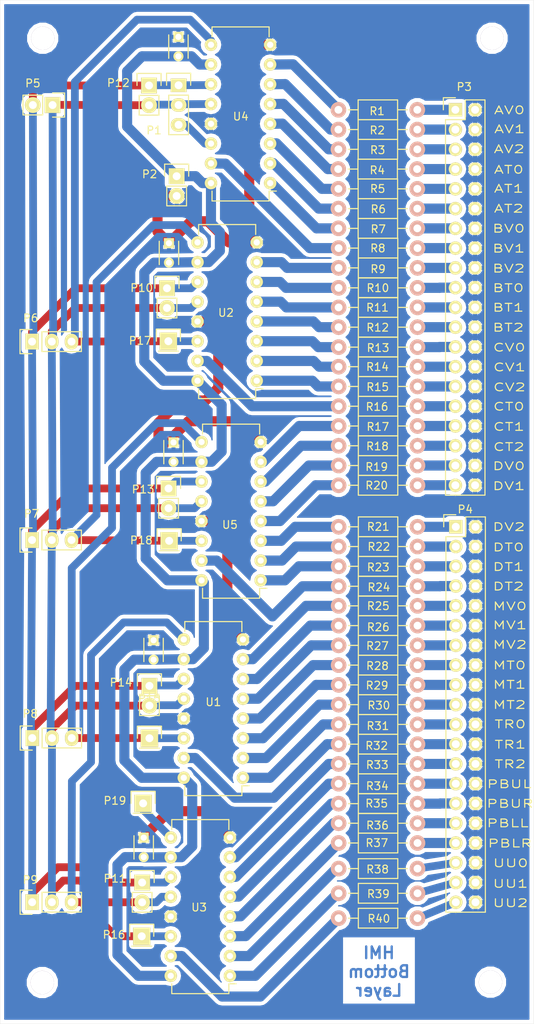
<source format=kicad_pcb>
(kicad_pcb (version 4) (host pcbnew 0.201511182137+6324~38~ubuntu15.10.1-stable)
  (title_block (title "Pyguitar Prototype HMI PCB") (date 2015-11-18) (rev 2a) (company Gratefulfrog) (comment 1 "21 jumpers; 7 on back; 14 on front") (comment 2 "added 3 resistors to complete circuit!") (comment 3 "Silkscreen labels, updated jumpers as per SENSEI comments"))
  (layers (0 F.Cu mixed) (31 B.Cu jumper) (35 F.Paste user) (37 F.SilkS user) (39 F.Mask user) (44 Edge.Cuts user))
  (net 0 "")
  (net 1 /CLK)
  (net 2 /LATCH)
  (net 3 /DI)
  (net 4 /DO)
  (net 5 +5V)
  (net 6 GND)
  (net 7 "Net-(P3-Pad1)")
  (net 8 "Net-(P3-Pad3)")
  (net 9 "Net-(P3-Pad5)")
  (net 10 "Net-(P3-Pad7)")
  (net 11 "Net-(P3-Pad9)")
  (net 12 "Net-(P3-Pad11)")
  (net 13 "Net-(P3-Pad13)")
  (net 14 "Net-(P3-Pad15)")
  (net 15 "Net-(P3-Pad17)")
  (net 16 "Net-(P3-Pad19)")
  (net 17 "Net-(P3-Pad21)")
  (net 18 "Net-(P3-Pad23)")
  (net 19 "Net-(P3-Pad25)")
  (net 20 "Net-(P3-Pad27)")
  (net 21 "Net-(P3-Pad29)")
  (net 22 "Net-(P3-Pad31)")
  (net 23 "Net-(P3-Pad33)")
  (net 24 "Net-(P3-Pad35)")
  (net 25 "Net-(P3-Pad37)")
  (net 26 "Net-(P3-Pad39)")
  (net 27 "Net-(P4-Pad1)")
  (net 28 "Net-(P4-Pad3)")
  (net 29 "Net-(P4-Pad5)")
  (net 30 "Net-(P4-Pad7)")
  (net 31 "Net-(P4-Pad9)")
  (net 32 "Net-(P4-Pad11)")
  (net 33 "Net-(P4-Pad13)")
  (net 34 "Net-(P4-Pad15)")
  (net 35 "Net-(P4-Pad17)")
  (net 36 "Net-(P4-Pad19)")
  (net 37 "Net-(P4-Pad21)")
  (net 38 "Net-(P4-Pad23)")
  (net 39 "Net-(P4-Pad25)")
  (net 40 "Net-(P4-Pad27)")
  (net 41 "Net-(P4-Pad29)")
  (net 42 "Net-(P4-Pad31)")
  (net 43 "Net-(P4-Pad33)")
  (net 44 /UU0)
  (net 45 /UU1)
  (net 46 /UU2)
  (net 47 /AV0)
  (net 48 /AV1)
  (net 49 /AV2)
  (net 50 /AT0)
  (net 51 /AT1)
  (net 52 /AT2)
  (net 53 /BV0)
  (net 54 /BV1)
  (net 55 /BV2)
  (net 56 /BT0)
  (net 57 /BT1)
  (net 58 /BT2)
  (net 59 /CV0)
  (net 60 /CV1)
  (net 61 /CV2)
  (net 62 /CT0)
  (net 63 /CT1)
  (net 64 /CT2)
  (net 65 /DV0)
  (net 66 /DV1)
  (net 67 /DV2)
  (net 68 /DT0)
  (net 69 /DT1)
  (net 70 /DT2)
  (net 71 /MV0)
  (net 72 /MV1)
  (net 73 /MV2)
  (net 74 /MT0)
  (net 75 /MT1)
  (net 76 /MT2)
  (net 77 /TR0)
  (net 78 /TR1)
  (net 79 /TR2)
  (net 80 /PBUL)
  (net 81 /PBUR)
  (net 82 /PBLL)
  (net 83 /PBLR)
  (net 84 "Net-(P17-Pad1)")
  (net 85 "Net-(P18-Pad1)")
  (net 86 "Net-(P15-Pad1)")
  (net 87 "Net-(P16-Pad1)")
  (net 88 "Net-(P4-Pad35)")
  (net 89 "Net-(P4-Pad37)")
  (net 90 "Net-(P4-Pad39)")
  (module Pin_Headers:Pin_Header_Straight_1x02 (layer F.Cu) (at 128.6764 48.4124)
    (fp_text reference P2 (at -3.4798 -0.254 180) (layer F.SilkS))
    (fp_text value CONN_01X02 hide)
    (pad 1 thru_hole rect (at 0 0) (size 2.032 2.032) (drill 1.016) (layers *.Cu *.Mask F.SilkS) (net 5 +5V))
    (pad 2 thru_hole oval (at 0 2.54) (size 2.032 2.032) (drill 1.016) (layers *.Cu *.Mask F.SilkS) (net 6 GND))
  )
  (module Pin_Headers:Pin_Header_Straight_2x20 (layer F.Cu) (at 164.5664 39.878)
    (fp_text reference P3 (at 1.143 -2.9464) (layer F.SilkS))
    (fp_text value CONN_02X20 hide)
    (pad 1 thru_hole rect (at 0 0) (size 1.7272 1.7272) (drill 1.016) (layers *.Cu *.Mask F.SilkS) (net 7 "Net-(P3-Pad1)"))
    (pad 2 thru_hole oval (at 2.54 0) (size 1.7272 1.7272) (drill 1.016) (layers *.Cu *.Mask F.SilkS) (net 6 GND))
    (pad 3 thru_hole oval (at 0 2.54) (size 1.7272 1.7272) (drill 1.016) (layers *.Cu *.Mask F.SilkS) (net 8 "Net-(P3-Pad3)"))
    (pad 4 thru_hole oval (at 2.54 2.54) (size 1.7272 1.7272) (drill 1.016) (layers *.Cu *.Mask F.SilkS) (net 6 GND))
    (pad 5 thru_hole oval (at 0 5.08) (size 1.7272 1.7272) (drill 1.016) (layers *.Cu *.Mask F.SilkS) (net 9 "Net-(P3-Pad5)"))
    (pad 6 thru_hole oval (at 2.54 5.08) (size 1.7272 1.7272) (drill 1.016) (layers *.Cu *.Mask F.SilkS) (net 6 GND))
    (pad 7 thru_hole oval (at 0 7.62) (size 1.7272 1.7272) (drill 1.016) (layers *.Cu *.Mask F.SilkS) (net 10 "Net-(P3-Pad7)"))
    (pad 8 thru_hole oval (at 2.54 7.62) (size 1.7272 1.7272) (drill 1.016) (layers *.Cu *.Mask F.SilkS) (net 6 GND))
    (pad 9 thru_hole oval (at 0 10.16) (size 1.7272 1.7272) (drill 1.016) (layers *.Cu *.Mask F.SilkS) (net 11 "Net-(P3-Pad9)"))
    (pad 10 thru_hole oval (at 2.54 10.16) (size 1.7272 1.7272) (drill 1.016) (layers *.Cu *.Mask F.SilkS) (net 6 GND))
    (pad 11 thru_hole oval (at 0 12.7) (size 1.7272 1.7272) (drill 1.016) (layers *.Cu *.Mask F.SilkS) (net 12 "Net-(P3-Pad11)"))
    (pad 12 thru_hole oval (at 2.54 12.7) (size 1.7272 1.7272) (drill 1.016) (layers *.Cu *.Mask F.SilkS) (net 6 GND))
    (pad 13 thru_hole oval (at 0 15.24) (size 1.7272 1.7272) (drill 1.016) (layers *.Cu *.Mask F.SilkS) (net 13 "Net-(P3-Pad13)"))
    (pad 14 thru_hole oval (at 2.54 15.24) (size 1.7272 1.7272) (drill 1.016) (layers *.Cu *.Mask F.SilkS) (net 6 GND))
    (pad 15 thru_hole oval (at 0 17.78) (size 1.7272 1.7272) (drill 1.016) (layers *.Cu *.Mask F.SilkS) (net 14 "Net-(P3-Pad15)"))
    (pad 16 thru_hole oval (at 2.54 17.78) (size 1.7272 1.7272) (drill 1.016) (layers *.Cu *.Mask F.SilkS) (net 6 GND))
    (pad 17 thru_hole oval (at 0 20.32) (size 1.7272 1.7272) (drill 1.016) (layers *.Cu *.Mask F.SilkS) (net 15 "Net-(P3-Pad17)"))
    (pad 18 thru_hole oval (at 2.54 20.32) (size 1.7272 1.7272) (drill 1.016) (layers *.Cu *.Mask F.SilkS) (net 6 GND))
    (pad 19 thru_hole oval (at 0 22.86) (size 1.7272 1.7272) (drill 1.016) (layers *.Cu *.Mask F.SilkS) (net 16 "Net-(P3-Pad19)"))
    (pad 20 thru_hole oval (at 2.54 22.86) (size 1.7272 1.7272) (drill 1.016) (layers *.Cu *.Mask F.SilkS) (net 6 GND))
    (pad 21 thru_hole oval (at 0 25.4) (size 1.7272 1.7272) (drill 1.016) (layers *.Cu *.Mask F.SilkS) (net 17 "Net-(P3-Pad21)"))
    (pad 22 thru_hole oval (at 2.54 25.4) (size 1.7272 1.7272) (drill 1.016) (layers *.Cu *.Mask F.SilkS) (net 6 GND))
    (pad 23 thru_hole oval (at 0 27.94) (size 1.7272 1.7272) (drill 1.016) (layers *.Cu *.Mask F.SilkS) (net 18 "Net-(P3-Pad23)"))
    (pad 24 thru_hole oval (at 2.54 27.94) (size 1.7272 1.7272) (drill 1.016) (layers *.Cu *.Mask F.SilkS) (net 6 GND))
    (pad 25 thru_hole oval (at 0 30.48) (size 1.7272 1.7272) (drill 1.016) (layers *.Cu *.Mask F.SilkS) (net 19 "Net-(P3-Pad25)"))
    (pad 26 thru_hole oval (at 2.54 30.48) (size 1.7272 1.7272) (drill 1.016) (layers *.Cu *.Mask F.SilkS) (net 6 GND))
    (pad 27 thru_hole oval (at 0 33.02) (size 1.7272 1.7272) (drill 1.016) (layers *.Cu *.Mask F.SilkS) (net 20 "Net-(P3-Pad27)"))
    (pad 28 thru_hole oval (at 2.54 33.02) (size 1.7272 1.7272) (drill 1.016) (layers *.Cu *.Mask F.SilkS) (net 6 GND))
    (pad 29 thru_hole oval (at 0 35.56) (size 1.7272 1.7272) (drill 1.016) (layers *.Cu *.Mask F.SilkS) (net 21 "Net-(P3-Pad29)"))
    (pad 30 thru_hole oval (at 2.54 35.56) (size 1.7272 1.7272) (drill 1.016) (layers *.Cu *.Mask F.SilkS) (net 6 GND))
    (pad 31 thru_hole oval (at 0 38.1) (size 1.7272 1.7272) (drill 1.016) (layers *.Cu *.Mask F.SilkS) (net 22 "Net-(P3-Pad31)"))
    (pad 32 thru_hole oval (at 2.54 38.1) (size 1.7272 1.7272) (drill 1.016) (layers *.Cu *.Mask F.SilkS) (net 6 GND))
    (pad 33 thru_hole oval (at 0 40.64) (size 1.7272 1.7272) (drill 1.016) (layers *.Cu *.Mask F.SilkS) (net 23 "Net-(P3-Pad33)"))
    (pad 34 thru_hole oval (at 2.54 40.64) (size 1.7272 1.7272) (drill 1.016) (layers *.Cu *.Mask F.SilkS) (net 6 GND))
    (pad 35 thru_hole oval (at 0 43.18) (size 1.7272 1.7272) (drill 1.016) (layers *.Cu *.Mask F.SilkS) (net 24 "Net-(P3-Pad35)"))
    (pad 36 thru_hole oval (at 2.54 43.18) (size 1.7272 1.7272) (drill 1.016) (layers *.Cu *.Mask F.SilkS) (net 6 GND))
    (pad 37 thru_hole oval (at 0 45.72) (size 1.7272 1.7272) (drill 1.016) (layers *.Cu *.Mask F.SilkS) (net 25 "Net-(P3-Pad37)"))
    (pad 38 thru_hole oval (at 2.54 45.72) (size 1.7272 1.7272) (drill 1.016) (layers *.Cu *.Mask F.SilkS) (net 6 GND))
    (pad 39 thru_hole oval (at 0 48.26) (size 1.7272 1.7272) (drill 1.016) (layers *.Cu *.Mask F.SilkS) (net 26 "Net-(P3-Pad39)"))
    (pad 40 thru_hole oval (at 2.54 48.26) (size 1.7272 1.7272) (drill 1.016) (layers *.Cu *.Mask F.SilkS) (net 6 GND))
  )
  (module Pin_Headers:Pin_Header_Straight_2x20 (layer F.Cu) (at 164.6174 93.472)
    (fp_text reference P4 (at 1.2192 -2.2352) (layer F.SilkS))
    (fp_text value CONN_02X20 hide)
    (pad 1 thru_hole rect (at 0 0) (size 1.7272 1.7272) (drill 1.016) (layers *.Cu *.Mask F.SilkS) (net 27 "Net-(P4-Pad1)"))
    (pad 2 thru_hole oval (at 2.54 0) (size 1.7272 1.7272) (drill 1.016) (layers *.Cu *.Mask F.SilkS) (net 6 GND))
    (pad 3 thru_hole oval (at 0 2.54) (size 1.7272 1.7272) (drill 1.016) (layers *.Cu *.Mask F.SilkS) (net 28 "Net-(P4-Pad3)"))
    (pad 4 thru_hole oval (at 2.54 2.54) (size 1.7272 1.7272) (drill 1.016) (layers *.Cu *.Mask F.SilkS) (net 6 GND))
    (pad 5 thru_hole oval (at 0 5.08) (size 1.7272 1.7272) (drill 1.016) (layers *.Cu *.Mask F.SilkS) (net 29 "Net-(P4-Pad5)"))
    (pad 6 thru_hole oval (at 2.54 5.08) (size 1.7272 1.7272) (drill 1.016) (layers *.Cu *.Mask F.SilkS) (net 6 GND))
    (pad 7 thru_hole oval (at 0 7.62) (size 1.7272 1.7272) (drill 1.016) (layers *.Cu *.Mask F.SilkS) (net 30 "Net-(P4-Pad7)"))
    (pad 8 thru_hole oval (at 2.54 7.62) (size 1.7272 1.7272) (drill 1.016) (layers *.Cu *.Mask F.SilkS) (net 6 GND))
    (pad 9 thru_hole oval (at 0 10.16) (size 1.7272 1.7272) (drill 1.016) (layers *.Cu *.Mask F.SilkS) (net 31 "Net-(P4-Pad9)"))
    (pad 10 thru_hole oval (at 2.54 10.16) (size 1.7272 1.7272) (drill 1.016) (layers *.Cu *.Mask F.SilkS) (net 6 GND))
    (pad 11 thru_hole oval (at 0 12.7) (size 1.7272 1.7272) (drill 1.016) (layers *.Cu *.Mask F.SilkS) (net 32 "Net-(P4-Pad11)"))
    (pad 12 thru_hole oval (at 2.54 12.7) (size 1.7272 1.7272) (drill 1.016) (layers *.Cu *.Mask F.SilkS) (net 6 GND))
    (pad 13 thru_hole oval (at 0 15.24) (size 1.7272 1.7272) (drill 1.016) (layers *.Cu *.Mask F.SilkS) (net 33 "Net-(P4-Pad13)"))
    (pad 14 thru_hole oval (at 2.54 15.24) (size 1.7272 1.7272) (drill 1.016) (layers *.Cu *.Mask F.SilkS) (net 6 GND))
    (pad 15 thru_hole oval (at 0 17.78) (size 1.7272 1.7272) (drill 1.016) (layers *.Cu *.Mask F.SilkS) (net 34 "Net-(P4-Pad15)"))
    (pad 16 thru_hole oval (at 2.54 17.78) (size 1.7272 1.7272) (drill 1.016) (layers *.Cu *.Mask F.SilkS) (net 6 GND))
    (pad 17 thru_hole oval (at 0 20.32) (size 1.7272 1.7272) (drill 1.016) (layers *.Cu *.Mask F.SilkS) (net 35 "Net-(P4-Pad17)"))
    (pad 18 thru_hole oval (at 2.54 20.32) (size 1.7272 1.7272) (drill 1.016) (layers *.Cu *.Mask F.SilkS) (net 6 GND))
    (pad 19 thru_hole oval (at 0 22.86) (size 1.7272 1.7272) (drill 1.016) (layers *.Cu *.Mask F.SilkS) (net 36 "Net-(P4-Pad19)"))
    (pad 20 thru_hole oval (at 2.54 22.86) (size 1.7272 1.7272) (drill 1.016) (layers *.Cu *.Mask F.SilkS) (net 6 GND))
    (pad 21 thru_hole oval (at 0 25.4) (size 1.7272 1.7272) (drill 1.016) (layers *.Cu *.Mask F.SilkS) (net 37 "Net-(P4-Pad21)"))
    (pad 22 thru_hole oval (at 2.54 25.4) (size 1.7272 1.7272) (drill 1.016) (layers *.Cu *.Mask F.SilkS) (net 6 GND))
    (pad 23 thru_hole oval (at 0 27.94) (size 1.7272 1.7272) (drill 1.016) (layers *.Cu *.Mask F.SilkS) (net 38 "Net-(P4-Pad23)"))
    (pad 24 thru_hole oval (at 2.54 27.94) (size 1.7272 1.7272) (drill 1.016) (layers *.Cu *.Mask F.SilkS) (net 6 GND))
    (pad 25 thru_hole oval (at 0 30.48) (size 1.7272 1.7272) (drill 1.016) (layers *.Cu *.Mask F.SilkS) (net 39 "Net-(P4-Pad25)"))
    (pad 26 thru_hole oval (at 2.54 30.48) (size 1.7272 1.7272) (drill 1.016) (layers *.Cu *.Mask F.SilkS) (net 6 GND))
    (pad 27 thru_hole oval (at 0 33.02) (size 1.7272 1.7272) (drill 1.016) (layers *.Cu *.Mask F.SilkS) (net 40 "Net-(P4-Pad27)"))
    (pad 28 thru_hole oval (at 2.54 33.02) (size 1.7272 1.7272) (drill 1.016) (layers *.Cu *.Mask F.SilkS) (net 6 GND))
    (pad 29 thru_hole oval (at 0 35.56) (size 1.7272 1.7272) (drill 1.016) (layers *.Cu *.Mask F.SilkS) (net 41 "Net-(P4-Pad29)"))
    (pad 30 thru_hole oval (at 2.54 35.56) (size 1.7272 1.7272) (drill 1.016) (layers *.Cu *.Mask F.SilkS) (net 6 GND))
    (pad 31 thru_hole oval (at 0 38.1) (size 1.7272 1.7272) (drill 1.016) (layers *.Cu *.Mask F.SilkS) (net 42 "Net-(P4-Pad31)"))
    (pad 32 thru_hole oval (at 2.54 38.1) (size 1.7272 1.7272) (drill 1.016) (layers *.Cu *.Mask F.SilkS) (net 6 GND))
    (pad 33 thru_hole oval (at 0 40.64) (size 1.7272 1.7272) (drill 1.016) (layers *.Cu *.Mask F.SilkS) (net 43 "Net-(P4-Pad33)"))
    (pad 34 thru_hole oval (at 2.54 40.64) (size 1.7272 1.7272) (drill 1.016) (layers *.Cu *.Mask F.SilkS) (net 6 GND))
    (pad 35 thru_hole oval (at 0 43.18) (size 1.7272 1.7272) (drill 1.016) (layers *.Cu *.Mask F.SilkS) (net 88 "Net-(P4-Pad35)"))
    (pad 36 thru_hole oval (at 2.54 43.18) (size 1.7272 1.7272) (drill 1.016) (layers *.Cu *.Mask F.SilkS) (net 6 GND))
    (pad 37 thru_hole oval (at 0 45.72) (size 1.7272 1.7272) (drill 1.016) (layers *.Cu *.Mask F.SilkS) (net 89 "Net-(P4-Pad37)"))
    (pad 38 thru_hole oval (at 2.54 45.72) (size 1.7272 1.7272) (drill 1.016) (layers *.Cu *.Mask F.SilkS) (net 6 GND))
    (pad 39 thru_hole oval (at 0 48.26) (size 1.7272 1.7272) (drill 1.016) (layers *.Cu *.Mask F.SilkS) (net 90 "Net-(P4-Pad39)"))
    (pad 40 thru_hole oval (at 2.54 48.26) (size 1.7272 1.7272) (drill 1.016) (layers *.Cu *.Mask F.SilkS) (net 6 GND))
  )
  (module Resistors_ThroughHole:Resistor_Horizontal_RM10mm (layer F.Cu) (at 154.5844 39.878 180)
    (fp_text reference R1 (at 0.1016 -0.1778 180) (layer F.SilkS))
    (fp_text value 1K hide)
    (pad 1 thru_hole circle (at -5.08 0 180) (size 1.99898 1.99898) (drill 1.00076) (layers *.Cu *.SilkS *.Mask) (net 7 "Net-(P3-Pad1)"))
    (pad 2 thru_hole circle (at 5.08 0 180) (size 1.99898 1.99898) (drill 1.00076) (layers *.Cu *.SilkS *.Mask) (net 47 /AV0))
  )
  (module Resistors_ThroughHole:Resistor_Horizontal_RM10mm (layer F.Cu) (at 154.5844 42.418 180)
    (fp_text reference R2 (at 0.0762 -0.1016 180) (layer F.SilkS))
    (fp_text value 1K hide)
    (pad 1 thru_hole circle (at -5.08 0 180) (size 1.99898 1.99898) (drill 1.00076) (layers *.Cu *.SilkS *.Mask) (net 8 "Net-(P3-Pad3)"))
    (pad 2 thru_hole circle (at 5.08 0 180) (size 1.99898 1.99898) (drill 1.00076) (layers *.Cu *.SilkS *.Mask) (net 48 /AV1))
  )
  (module Resistors_ThroughHole:Resistor_Horizontal_RM10mm (layer F.Cu) (at 154.5844 44.958 180)
    (fp_text reference R3 (at 0.0254 -0.1016 180) (layer F.SilkS))
    (fp_text value 1K hide)
    (pad 1 thru_hole circle (at -5.08 0 180) (size 1.99898 1.99898) (drill 1.00076) (layers *.Cu *.SilkS *.Mask) (net 9 "Net-(P3-Pad5)"))
    (pad 2 thru_hole circle (at 5.08 0 180) (size 1.99898 1.99898) (drill 1.00076) (layers *.Cu *.SilkS *.Mask) (net 49 /AV2))
  )
  (module Resistors_ThroughHole:Resistor_Horizontal_RM10mm (layer F.Cu) (at 154.5594 47.498 180)
    (fp_text reference R4 (at 0.0508 -0.1524 180) (layer F.SilkS))
    (fp_text value 1K hide)
    (pad 1 thru_hole circle (at -5.08 0 180) (size 1.99898 1.99898) (drill 1.00076) (layers *.Cu *.SilkS *.Mask) (net 10 "Net-(P3-Pad7)"))
    (pad 2 thru_hole circle (at 5.08 0 180) (size 1.99898 1.99898) (drill 1.00076) (layers *.Cu *.SilkS *.Mask) (net 50 /AT0))
  )
  (module Resistors_ThroughHole:Resistor_Horizontal_RM10mm (layer F.Cu) (at 154.5844 50.038 180)
    (fp_text reference R5 (at 0.0254 0 180) (layer F.SilkS))
    (fp_text value 1K hide)
    (pad 1 thru_hole circle (at -5.08 0 180) (size 1.99898 1.99898) (drill 1.00076) (layers *.Cu *.SilkS *.Mask) (net 11 "Net-(P3-Pad9)"))
    (pad 2 thru_hole circle (at 5.08 0 180) (size 1.99898 1.99898) (drill 1.00076) (layers *.Cu *.SilkS *.Mask) (net 51 /AT1))
  )
  (module Resistors_ThroughHole:Resistor_Horizontal_RM10mm (layer F.Cu) (at 154.5844 52.578 180)
    (fp_text reference R6 (at -0.0508 -0.0762 180) (layer F.SilkS))
    (fp_text value 1K hide)
    (pad 1 thru_hole circle (at -5.08 0 180) (size 1.99898 1.99898) (drill 1.00076) (layers *.Cu *.SilkS *.Mask) (net 12 "Net-(P3-Pad11)"))
    (pad 2 thru_hole circle (at 5.08 0 180) (size 1.99898 1.99898) (drill 1.00076) (layers *.Cu *.SilkS *.Mask) (net 52 /AT2))
  )
  (module Resistors_ThroughHole:Resistor_Horizontal_RM10mm (layer F.Cu) (at 154.5844 55.118 180)
    (fp_text reference R7 (at -0.0508 -0.1016 180) (layer F.SilkS))
    (fp_text value 1K hide)
    (pad 1 thru_hole circle (at -5.08 0 180) (size 1.99898 1.99898) (drill 1.00076) (layers *.Cu *.SilkS *.Mask) (net 13 "Net-(P3-Pad13)"))
    (pad 2 thru_hole circle (at 5.08 0 180) (size 1.99898 1.99898) (drill 1.00076) (layers *.Cu *.SilkS *.Mask) (net 53 /BV0))
  )
  (module Resistors_ThroughHole:Resistor_Horizontal_RM10mm (layer F.Cu) (at 154.6094 57.658 180)
    (fp_text reference R8 (at 0.0254 -0.0254 180) (layer F.SilkS))
    (fp_text value 1K hide)
    (pad 1 thru_hole circle (at -5.08 0 180) (size 1.99898 1.99898) (drill 1.00076) (layers *.Cu *.SilkS *.Mask) (net 14 "Net-(P3-Pad15)"))
    (pad 2 thru_hole circle (at 5.08 0 180) (size 1.99898 1.99898) (drill 1.00076) (layers *.Cu *.SilkS *.Mask) (net 54 /BV1))
  )
  (module Resistors_ThroughHole:Resistor_Horizontal_RM10mm (layer F.Cu) (at 154.6094 60.198 180)
    (fp_text reference R9 (at 0 -0.1524 180) (layer F.SilkS))
    (fp_text value 1K hide)
    (pad 1 thru_hole circle (at -5.08 0 180) (size 1.99898 1.99898) (drill 1.00076) (layers *.Cu *.SilkS *.Mask) (net 15 "Net-(P3-Pad17)"))
    (pad 2 thru_hole circle (at 5.08 0 180) (size 1.99898 1.99898) (drill 1.00076) (layers *.Cu *.SilkS *.Mask) (net 55 /BV2))
  )
  (module Resistors_ThroughHole:Resistor_Horizontal_RM10mm (layer F.Cu) (at 154.6094 62.763 180)
    (fp_text reference R10 (at 0.0254 -0.0254 180) (layer F.SilkS))
    (fp_text value 1K hide)
    (pad 1 thru_hole circle (at -5.08 0 180) (size 1.99898 1.99898) (drill 1.00076) (layers *.Cu *.SilkS *.Mask) (net 16 "Net-(P3-Pad19)"))
    (pad 2 thru_hole circle (at 5.08 0 180) (size 1.99898 1.99898) (drill 1.00076) (layers *.Cu *.SilkS *.Mask) (net 56 /BT0))
  )
  (module Resistors_ThroughHole:Resistor_Horizontal_RM10mm (layer F.Cu) (at 154.6094 65.278 180)
    (fp_text reference R11 (at 0.0762 -0.0254 180) (layer F.SilkS))
    (fp_text value 1K hide)
    (pad 1 thru_hole circle (at -5.08 0 180) (size 1.99898 1.99898) (drill 1.00076) (layers *.Cu *.SilkS *.Mask) (net 17 "Net-(P3-Pad21)"))
    (pad 2 thru_hole circle (at 5.08 0 180) (size 1.99898 1.99898) (drill 1.00076) (layers *.Cu *.SilkS *.Mask) (net 57 /BT1))
  )
  (module Resistors_ThroughHole:Resistor_Horizontal_RM10mm (layer F.Cu) (at 154.6094 67.818 180)
    (fp_text reference R12 (at 0.0508 -0.0508 180) (layer F.SilkS))
    (fp_text value 1K hide)
    (pad 1 thru_hole circle (at -5.08 0 180) (size 1.99898 1.99898) (drill 1.00076) (layers *.Cu *.SilkS *.Mask) (net 18 "Net-(P3-Pad23)"))
    (pad 2 thru_hole circle (at 5.08 0 180) (size 1.99898 1.99898) (drill 1.00076) (layers *.Cu *.SilkS *.Mask) (net 58 /BT2))
  )
  (module Resistors_ThroughHole:Resistor_Horizontal_RM10mm (layer F.Cu) (at 154.6094 70.383 180)
    (fp_text reference R13 (at 0 -0.1016 180) (layer F.SilkS))
    (fp_text value 1K hide)
    (pad 1 thru_hole circle (at -5.08 0 180) (size 1.99898 1.99898) (drill 1.00076) (layers *.Cu *.SilkS *.Mask) (net 19 "Net-(P3-Pad25)"))
    (pad 2 thru_hole circle (at 5.08 0 180) (size 1.99898 1.99898) (drill 1.00076) (layers *.Cu *.SilkS *.Mask) (net 59 /CV0))
  )
  (module Resistors_ThroughHole:Resistor_Horizontal_RM10mm (layer F.Cu) (at 154.6094 72.898 180)
    (fp_text reference R14 (at 0.0762 -0.0254 180) (layer F.SilkS))
    (fp_text value 1K hide)
    (pad 1 thru_hole circle (at -5.08 0 180) (size 1.99898 1.99898) (drill 1.00076) (layers *.Cu *.SilkS *.Mask) (net 20 "Net-(P3-Pad27)"))
    (pad 2 thru_hole circle (at 5.08 0 180) (size 1.99898 1.99898) (drill 1.00076) (layers *.Cu *.SilkS *.Mask) (net 60 /CV1))
  )
  (module Resistors_ThroughHole:Resistor_Horizontal_RM10mm (layer F.Cu) (at 154.6094 75.438 180)
    (fp_text reference R15 (at 0.0508 -0.0762 180) (layer F.SilkS))
    (fp_text value 1K hide)
    (pad 1 thru_hole circle (at -5.08 0 180) (size 1.99898 1.99898) (drill 1.00076) (layers *.Cu *.SilkS *.Mask) (net 21 "Net-(P3-Pad29)"))
    (pad 2 thru_hole circle (at 5.08 0 180) (size 1.99898 1.99898) (drill 1.00076) (layers *.Cu *.SilkS *.Mask) (net 61 /CV2))
  )
  (module Resistors_ThroughHole:Resistor_Horizontal_RM10mm (layer F.Cu) (at 154.6094 77.978 180)
    (fp_text reference R16 (at 0.127 -0.0762 180) (layer F.SilkS))
    (fp_text value 1K hide)
    (pad 1 thru_hole circle (at -5.08 0 180) (size 1.99898 1.99898) (drill 1.00076) (layers *.Cu *.SilkS *.Mask) (net 22 "Net-(P3-Pad31)"))
    (pad 2 thru_hole circle (at 5.08 0 180) (size 1.99898 1.99898) (drill 1.00076) (layers *.Cu *.SilkS *.Mask) (net 62 /CT0))
  )
  (module Resistors_ThroughHole:Resistor_Horizontal_RM10mm (layer F.Cu) (at 154.6094 80.518 180)
    (fp_text reference R17 (at 0.0254 -0.1016 180) (layer F.SilkS))
    (fp_text value 1K hide)
    (pad 1 thru_hole circle (at -5.08 0 180) (size 1.99898 1.99898) (drill 1.00076) (layers *.Cu *.SilkS *.Mask) (net 23 "Net-(P3-Pad33)"))
    (pad 2 thru_hole circle (at 5.08 0 180) (size 1.99898 1.99898) (drill 1.00076) (layers *.Cu *.SilkS *.Mask) (net 63 /CT1))
  )
  (module Resistors_ThroughHole:Resistor_Horizontal_RM10mm (layer F.Cu) (at 154.6094 83.058 180)
    (fp_text reference R18 (at 0.0762 -0.0762 180) (layer F.SilkS))
    (fp_text value 1K hide)
    (pad 1 thru_hole circle (at -5.08 0 180) (size 1.99898 1.99898) (drill 1.00076) (layers *.Cu *.SilkS *.Mask) (net 24 "Net-(P3-Pad35)"))
    (pad 2 thru_hole circle (at 5.08 0 180) (size 1.99898 1.99898) (drill 1.00076) (layers *.Cu *.SilkS *.Mask) (net 64 /CT2))
  )
  (module Resistors_ThroughHole:Resistor_Horizontal_RM10mm (layer F.Cu) (at 154.6094 85.598 180)
    (fp_text reference R19 (at 0.1778 -0.1778 180) (layer F.SilkS))
    (fp_text value 1K hide)
    (pad 1 thru_hole circle (at -5.08 0 180) (size 1.99898 1.99898) (drill 1.00076) (layers *.Cu *.SilkS *.Mask) (net 25 "Net-(P3-Pad37)"))
    (pad 2 thru_hole circle (at 5.08 0 180) (size 1.99898 1.99898) (drill 1.00076) (layers *.Cu *.SilkS *.Mask) (net 65 /DV0))
  )
  (module Resistors_ThroughHole:Resistor_Horizontal_RM10mm (layer F.Cu) (at 154.6094 88.138 180)
    (fp_text reference R20 (at 0.1778 -0.0254 180) (layer F.SilkS))
    (fp_text value 1K hide)
    (pad 1 thru_hole circle (at -5.08 0 180) (size 1.99898 1.99898) (drill 1.00076) (layers *.Cu *.SilkS *.Mask) (net 26 "Net-(P3-Pad39)"))
    (pad 2 thru_hole circle (at 5.08 0 180) (size 1.99898 1.99898) (drill 1.00076) (layers *.Cu *.SilkS *.Mask) (net 66 /DV1))
  )
  (module Resistors_ThroughHole:Resistor_Horizontal_RM10mm (layer F.Cu) (at 154.6094 93.472 180)
    (fp_text reference R21 (at -0.0254 0 180) (layer F.SilkS))
    (fp_text value 1K hide)
    (pad 1 thru_hole circle (at -5.08 0 180) (size 1.99898 1.99898) (drill 1.00076) (layers *.Cu *.SilkS *.Mask) (net 27 "Net-(P4-Pad1)"))
    (pad 2 thru_hole circle (at 5.08 0 180) (size 1.99898 1.99898) (drill 1.00076) (layers *.Cu *.SilkS *.Mask) (net 67 /DV2))
  )
  (module Resistors_ThroughHole:Resistor_Horizontal_RM10mm (layer F.Cu) (at 154.6094 96.012 180)
    (fp_text reference R22 (at -0.1016 -0.0254 180) (layer F.SilkS))
    (fp_text value 1K hide)
    (pad 1 thru_hole circle (at -5.08 0 180) (size 1.99898 1.99898) (drill 1.00076) (layers *.Cu *.SilkS *.Mask) (net 28 "Net-(P4-Pad3)"))
    (pad 2 thru_hole circle (at 5.08 0 180) (size 1.99898 1.99898) (drill 1.00076) (layers *.Cu *.SilkS *.Mask) (net 68 /DT0))
  )
  (module Resistors_ThroughHole:Resistor_Horizontal_RM10mm (layer F.Cu) (at 154.6094 98.552 180)
    (fp_text reference R23 (at -0.0254 -0.127 180) (layer F.SilkS))
    (fp_text value 1K hide)
    (pad 1 thru_hole circle (at -5.08 0 180) (size 1.99898 1.99898) (drill 1.00076) (layers *.Cu *.SilkS *.Mask) (net 29 "Net-(P4-Pad5)"))
    (pad 2 thru_hole circle (at 5.08 0 180) (size 1.99898 1.99898) (drill 1.00076) (layers *.Cu *.SilkS *.Mask) (net 69 /DT1))
  )
  (module Resistors_ThroughHole:Resistor_Horizontal_RM10mm (layer F.Cu) (at 154.6094 101.117 180)
    (fp_text reference R24 (at -0.1016 -0.127 180) (layer F.SilkS))
    (fp_text value 1K hide)
    (pad 1 thru_hole circle (at -5.08 0 180) (size 1.99898 1.99898) (drill 1.00076) (layers *.Cu *.SilkS *.Mask) (net 30 "Net-(P4-Pad7)"))
    (pad 2 thru_hole circle (at 5.08 0 180) (size 1.99898 1.99898) (drill 1.00076) (layers *.Cu *.SilkS *.Mask) (net 70 /DT2))
  )
  (module Resistors_ThroughHole:Resistor_Horizontal_RM10mm (layer F.Cu) (at 154.6094 103.632 180)
    (fp_text reference R25 (at -0.0254 -0.0254 180) (layer F.SilkS))
    (fp_text value 1K hide)
    (pad 1 thru_hole circle (at -5.08 0 180) (size 1.99898 1.99898) (drill 1.00076) (layers *.Cu *.SilkS *.Mask) (net 31 "Net-(P4-Pad9)"))
    (pad 2 thru_hole circle (at 5.08 0 180) (size 1.99898 1.99898) (drill 1.00076) (layers *.Cu *.SilkS *.Mask) (net 71 /MV0))
  )
  (module Resistors_ThroughHole:Resistor_Horizontal_RM10mm (layer F.Cu) (at 154.6094 106.172 180)
    (fp_text reference R26 (at -0.0254 -0.2032 180) (layer F.SilkS))
    (fp_text value 1K hide)
    (pad 1 thru_hole circle (at -5.08 0 180) (size 1.99898 1.99898) (drill 1.00076) (layers *.Cu *.SilkS *.Mask) (net 32 "Net-(P4-Pad11)"))
    (pad 2 thru_hole circle (at 5.08 0 180) (size 1.99898 1.99898) (drill 1.00076) (layers *.Cu *.SilkS *.Mask) (net 72 /MV1))
  )
  (module Resistors_ThroughHole:Resistor_Horizontal_RM10mm (layer F.Cu) (at 154.6094 108.712 180)
    (fp_text reference R27 (at 0.0762 -0.0762 180) (layer F.SilkS))
    (fp_text value 1K hide)
    (pad 1 thru_hole circle (at -5.08 0 180) (size 1.99898 1.99898) (drill 1.00076) (layers *.Cu *.SilkS *.Mask) (net 33 "Net-(P4-Pad13)"))
    (pad 2 thru_hole circle (at 5.08 0 180) (size 1.99898 1.99898) (drill 1.00076) (layers *.Cu *.SilkS *.Mask) (net 73 /MV2))
  )
  (module Resistors_ThroughHole:Resistor_Horizontal_RM10mm (layer F.Cu) (at 154.6094 111.252 180)
    (fp_text reference R28 (at 0.0762 -0.1016 180) (layer F.SilkS))
    (fp_text value 1K hide)
    (pad 1 thru_hole circle (at -5.08 0 180) (size 1.99898 1.99898) (drill 1.00076) (layers *.Cu *.SilkS *.Mask) (net 34 "Net-(P4-Pad15)"))
    (pad 2 thru_hole circle (at 5.08 0 180) (size 1.99898 1.99898) (drill 1.00076) (layers *.Cu *.SilkS *.Mask) (net 74 /MT0))
  )
  (module Resistors_ThroughHole:Resistor_Horizontal_RM10mm (layer F.Cu) (at 154.6094 113.792 180)
    (fp_text reference R29 (at 0.127 -0.0762 180) (layer F.SilkS))
    (fp_text value 1K hide)
    (pad 1 thru_hole circle (at -5.08 0 180) (size 1.99898 1.99898) (drill 1.00076) (layers *.Cu *.SilkS *.Mask) (net 35 "Net-(P4-Pad17)"))
    (pad 2 thru_hole circle (at 5.08 0 180) (size 1.99898 1.99898) (drill 1.00076) (layers *.Cu *.SilkS *.Mask) (net 75 /MT1))
  )
  (module Resistors_ThroughHole:Resistor_Horizontal_RM10mm (layer F.Cu) (at 154.6094 116.332 180)
    (fp_text reference R30 (at -0.1016 -0.1016 180) (layer F.SilkS))
    (fp_text value 1K hide)
    (pad 1 thru_hole circle (at -5.08 0 180) (size 1.99898 1.99898) (drill 1.00076) (layers *.Cu *.SilkS *.Mask) (net 36 "Net-(P4-Pad19)"))
    (pad 2 thru_hole circle (at 5.08 0 180) (size 1.99898 1.99898) (drill 1.00076) (layers *.Cu *.SilkS *.Mask) (net 76 /MT2))
  )
  (module Resistors_ThroughHole:Resistor_Horizontal_RM10mm (layer F.Cu) (at 154.6094 118.872 180)
    (fp_text reference R31 (at 0.0254 -0.2032 180) (layer F.SilkS))
    (fp_text value 1K hide)
    (pad 1 thru_hole circle (at -5.08 0 180) (size 1.99898 1.99898) (drill 1.00076) (layers *.Cu *.SilkS *.Mask) (net 37 "Net-(P4-Pad21)"))
    (pad 2 thru_hole circle (at 5.08 0 180) (size 1.99898 1.99898) (drill 1.00076) (layers *.Cu *.SilkS *.Mask) (net 77 /TR0))
  )
  (module Resistors_ThroughHole:Resistor_Horizontal_RM10mm (layer F.Cu) (at 154.6094 121.412 180)
    (fp_text reference R32 (at 0.1778 -0.2032 180) (layer F.SilkS))
    (fp_text value 1K hide)
    (pad 1 thru_hole circle (at -5.08 0 180) (size 1.99898 1.99898) (drill 1.00076) (layers *.Cu *.SilkS *.Mask) (net 38 "Net-(P4-Pad23)"))
    (pad 2 thru_hole circle (at 5.08 0 180) (size 1.99898 1.99898) (drill 1.00076) (layers *.Cu *.SilkS *.Mask) (net 78 /TR1))
  )
  (module Resistors_ThroughHole:Resistor_Horizontal_RM10mm (layer F.Cu) (at 154.6094 123.952 180)
    (fp_text reference R33 (at 0.1016 -0.127 180) (layer F.SilkS))
    (fp_text value 1K hide)
    (pad 1 thru_hole circle (at -5.08 0 180) (size 1.99898 1.99898) (drill 1.00076) (layers *.Cu *.SilkS *.Mask) (net 39 "Net-(P4-Pad25)"))
    (pad 2 thru_hole circle (at 5.08 0 180) (size 1.99898 1.99898) (drill 1.00076) (layers *.Cu *.SilkS *.Mask) (net 79 /TR2))
  )
  (module Resistors_ThroughHole:Resistor_Horizontal_RM10mm (layer F.Cu) (at 154.6094 126.492 180)
    (fp_text reference R34 (at 0.1016 -0.3048 180) (layer F.SilkS))
    (fp_text value 1K hide)
    (pad 1 thru_hole circle (at -5.08 0 180) (size 1.99898 1.99898) (drill 1.00076) (layers *.Cu *.SilkS *.Mask) (net 40 "Net-(P4-Pad27)"))
    (pad 2 thru_hole circle (at 5.08 0 180) (size 1.99898 1.99898) (drill 1.00076) (layers *.Cu *.SilkS *.Mask) (net 80 /PBUL))
  )
  (module Resistors_ThroughHole:Resistor_Horizontal_RM10mm (layer F.Cu) (at 154.6094 129.057 180)
    (fp_text reference R35 (at 0.1778 0.0254 180) (layer F.SilkS))
    (fp_text value 1K hide)
    (pad 1 thru_hole circle (at -5.08 0 180) (size 1.99898 1.99898) (drill 1.00076) (layers *.Cu *.SilkS *.Mask) (net 41 "Net-(P4-Pad29)"))
    (pad 2 thru_hole circle (at 5.08 0 180) (size 1.99898 1.99898) (drill 1.00076) (layers *.Cu *.SilkS *.Mask) (net 81 /PBUR))
  )
  (module Resistors_ThroughHole:Resistor_Horizontal_RM10mm (layer F.Cu) (at 154.6094 131.572 180)
    (fp_text reference R36 (at 0.0762 -0.2794 180) (layer F.SilkS))
    (fp_text value 1K hide)
    (pad 1 thru_hole circle (at -5.08 0 180) (size 1.99898 1.99898) (drill 1.00076) (layers *.Cu *.SilkS *.Mask) (net 42 "Net-(P4-Pad31)"))
    (pad 2 thru_hole circle (at 5.08 0 180) (size 1.99898 1.99898) (drill 1.00076) (layers *.Cu *.SilkS *.Mask) (net 82 /PBLL))
  )
  (module Resistors_ThroughHole:Resistor_Horizontal_RM10mm (layer F.Cu) (at 154.6094 134.112 180)
    (fp_text reference R37 (at 0.1524 0 180) (layer F.SilkS))
    (fp_text value 1K hide)
    (pad 1 thru_hole circle (at -5.08 0 180) (size 1.99898 1.99898) (drill 1.00076) (layers *.Cu *.SilkS *.Mask) (net 43 "Net-(P4-Pad33)"))
    (pad 2 thru_hole circle (at 5.08 0 180) (size 1.99898 1.99898) (drill 1.00076) (layers *.Cu *.SilkS *.Mask) (net 83 /PBLR))
  )
  (module Housings_DIP:DIP-16_W7.62mm (layer F.Cu) (at 137.2108 125.73 180)
    (fp_text reference U1 (at 3.81 9.7282 180) (layer F.SilkS))
    (fp_text value 74HC595 hide)
    (pad 1 thru_hole oval (at 0 0 180) (size 1.6 1.6) (drill 0.8) (layers *.Cu *.Mask F.SilkS) (net 77 /TR0))
    (pad 2 thru_hole oval (at 0 2.54 180) (size 1.6 1.6) (drill 0.8) (layers *.Cu *.Mask F.SilkS) (net 76 /MT2))
    (pad 3 thru_hole oval (at 0 5.08 180) (size 1.6 1.6) (drill 0.8) (layers *.Cu *.Mask F.SilkS) (net 75 /MT1))
    (pad 4 thru_hole oval (at 0 7.62 180) (size 1.6 1.6) (drill 0.8) (layers *.Cu *.Mask F.SilkS) (net 74 /MT0))
    (pad 5 thru_hole oval (at 0 10.16 180) (size 1.6 1.6) (drill 0.8) (layers *.Cu *.Mask F.SilkS) (net 73 /MV2))
    (pad 6 thru_hole oval (at 0 12.7 180) (size 1.6 1.6) (drill 0.8) (layers *.Cu *.Mask F.SilkS) (net 72 /MV1))
    (pad 7 thru_hole oval (at 0 15.24 180) (size 1.6 1.6) (drill 0.8) (layers *.Cu *.Mask F.SilkS) (net 71 /MV0))
    (pad 8 thru_hole oval (at 0 17.78 180) (size 1.6 1.6) (drill 0.8) (layers *.Cu *.Mask F.SilkS) (net 6 GND))
    (pad 9 thru_hole oval (at 7.62 17.78 180) (size 1.6 1.6) (drill 0.8) (layers *.Cu *.Mask F.SilkS) (net 87 "Net-(P16-Pad1)"))
    (pad 10 thru_hole oval (at 7.62 15.24 180) (size 1.6 1.6) (drill 0.8) (layers *.Cu *.Mask F.SilkS) (net 5 +5V))
    (pad 11 thru_hole oval (at 7.62 12.7 180) (size 1.6 1.6) (drill 0.8) (layers *.Cu *.Mask F.SilkS) (net 1 /CLK))
    (pad 12 thru_hole oval (at 7.62 10.16 180) (size 1.6 1.6) (drill 0.8) (layers *.Cu *.Mask F.SilkS) (net 2 /LATCH))
    (pad 13 thru_hole oval (at 7.62 7.62 180) (size 1.6 1.6) (drill 0.8) (layers *.Cu *.Mask F.SilkS) (net 6 GND))
    (pad 14 thru_hole oval (at 7.62 5.08 180) (size 1.6 1.6) (drill 0.8) (layers *.Cu *.Mask F.SilkS) (net 86 "Net-(P15-Pad1)"))
    (pad 15 thru_hole oval (at 7.62 2.54 180) (size 1.6 1.6) (drill 0.8) (layers *.Cu *.Mask F.SilkS) (net 78 /TR1))
    (pad 16 thru_hole oval (at 7.62 0 180) (size 1.6 1.6) (drill 0.8) (layers *.Cu *.Mask F.SilkS) (net 5 +5V))
  )
  (module Housings_DIP:DIP-16_W7.62mm (layer F.Cu) (at 138.9888 74.7014 180)
    (fp_text reference U2 (at 3.9624 8.7376 180) (layer F.SilkS))
    (fp_text value 74HC595 hide)
    (pad 1 thru_hole oval (at 0 0 180) (size 1.6 1.6) (drill 0.8) (layers *.Cu *.Mask F.SilkS) (net 61 /CV2))
    (pad 2 thru_hole oval (at 0 2.54 180) (size 1.6 1.6) (drill 0.8) (layers *.Cu *.Mask F.SilkS) (net 60 /CV1))
    (pad 3 thru_hole oval (at 0 5.08 180) (size 1.6 1.6) (drill 0.8) (layers *.Cu *.Mask F.SilkS) (net 59 /CV0))
    (pad 4 thru_hole oval (at 0 7.62 180) (size 1.6 1.6) (drill 0.8) (layers *.Cu *.Mask F.SilkS) (net 58 /BT2))
    (pad 5 thru_hole oval (at 0 10.16 180) (size 1.6 1.6) (drill 0.8) (layers *.Cu *.Mask F.SilkS) (net 57 /BT1))
    (pad 6 thru_hole oval (at 0 12.7 180) (size 1.6 1.6) (drill 0.8) (layers *.Cu *.Mask F.SilkS) (net 56 /BT0))
    (pad 7 thru_hole oval (at 0 15.24 180) (size 1.6 1.6) (drill 0.8) (layers *.Cu *.Mask F.SilkS) (net 55 /BV2))
    (pad 8 thru_hole oval (at 0 17.78 180) (size 1.6 1.6) (drill 0.8) (layers *.Cu *.Mask F.SilkS) (net 6 GND))
    (pad 9 thru_hole oval (at 7.62 17.78 180) (size 1.6 1.6) (drill 0.8) (layers *.Cu *.Mask F.SilkS) (net 85 "Net-(P18-Pad1)"))
    (pad 10 thru_hole oval (at 7.62 15.24 180) (size 1.6 1.6) (drill 0.8) (layers *.Cu *.Mask F.SilkS) (net 5 +5V))
    (pad 11 thru_hole oval (at 7.62 12.7 180) (size 1.6 1.6) (drill 0.8) (layers *.Cu *.Mask F.SilkS) (net 1 /CLK))
    (pad 12 thru_hole oval (at 7.62 10.16 180) (size 1.6 1.6) (drill 0.8) (layers *.Cu *.Mask F.SilkS) (net 2 /LATCH))
    (pad 13 thru_hole oval (at 7.62 7.62 180) (size 1.6 1.6) (drill 0.8) (layers *.Cu *.Mask F.SilkS) (net 6 GND))
    (pad 14 thru_hole oval (at 7.62 5.08 180) (size 1.6 1.6) (drill 0.8) (layers *.Cu *.Mask F.SilkS) (net 84 "Net-(P17-Pad1)"))
    (pad 15 thru_hole oval (at 7.62 2.54 180) (size 1.6 1.6) (drill 0.8) (layers *.Cu *.Mask F.SilkS) (net 62 /CT0))
    (pad 16 thru_hole oval (at 7.62 0 180) (size 1.6 1.6) (drill 0.8) (layers *.Cu *.Mask F.SilkS) (net 5 +5V))
  )
  (module Housings_DIP:DIP-16_W7.62mm (layer F.Cu) (at 135.5344 151.1808 180)
    (fp_text reference U3 (at 3.9624 8.7884 180) (layer F.SilkS))
    (fp_text value 74HC595 hide)
    (pad 1 thru_hole oval (at 0 0 180) (size 1.6 1.6) (drill 0.8) (layers *.Cu *.Mask F.SilkS) (net 45 /UU1))
    (pad 2 thru_hole oval (at 0 2.54 180) (size 1.6 1.6) (drill 0.8) (layers *.Cu *.Mask F.SilkS) (net 44 /UU0))
    (pad 3 thru_hole oval (at 0 5.08 180) (size 1.6 1.6) (drill 0.8) (layers *.Cu *.Mask F.SilkS) (net 83 /PBLR))
    (pad 4 thru_hole oval (at 0 7.62 180) (size 1.6 1.6) (drill 0.8) (layers *.Cu *.Mask F.SilkS) (net 82 /PBLL))
    (pad 5 thru_hole oval (at 0 10.16 180) (size 1.6 1.6) (drill 0.8) (layers *.Cu *.Mask F.SilkS) (net 81 /PBUR))
    (pad 6 thru_hole oval (at 0 12.7 180) (size 1.6 1.6) (drill 0.8) (layers *.Cu *.Mask F.SilkS) (net 80 /PBUL))
    (pad 7 thru_hole oval (at 0 15.24 180) (size 1.6 1.6) (drill 0.8) (layers *.Cu *.Mask F.SilkS) (net 79 /TR2))
    (pad 8 thru_hole oval (at 0 17.78 180) (size 1.6 1.6) (drill 0.8) (layers *.Cu *.Mask F.SilkS) (net 6 GND))
    (pad 9 thru_hole oval (at 7.62 17.78 180) (size 1.6 1.6) (drill 0.8) (layers *.Cu *.Mask F.SilkS) (net 4 /DO))
    (pad 10 thru_hole oval (at 7.62 15.24 180) (size 1.6 1.6) (drill 0.8) (layers *.Cu *.Mask F.SilkS) (net 5 +5V))
    (pad 11 thru_hole oval (at 7.62 12.7 180) (size 1.6 1.6) (drill 0.8) (layers *.Cu *.Mask F.SilkS) (net 1 /CLK))
    (pad 12 thru_hole oval (at 7.62 10.16 180) (size 1.6 1.6) (drill 0.8) (layers *.Cu *.Mask F.SilkS) (net 2 /LATCH))
    (pad 13 thru_hole oval (at 7.62 7.62 180) (size 1.6 1.6) (drill 0.8) (layers *.Cu *.Mask F.SilkS) (net 6 GND))
    (pad 14 thru_hole oval (at 7.62 5.08 180) (size 1.6 1.6) (drill 0.8) (layers *.Cu *.Mask F.SilkS) (net 87 "Net-(P16-Pad1)"))
    (pad 15 thru_hole oval (at 7.62 2.54 180) (size 1.6 1.6) (drill 0.8) (layers *.Cu *.Mask F.SilkS) (net 46 /UU2))
    (pad 16 thru_hole oval (at 7.62 0 180) (size 1.6 1.6) (drill 0.8) (layers *.Cu *.Mask F.SilkS) (net 5 +5V))
  )
  (module Housings_DIP:DIP-16_W7.62mm (layer F.Cu) (at 140.716 49.3014 180)
    (fp_text reference U4 (at 3.7846 8.5598 180) (layer F.SilkS))
    (fp_text value 74HC595 hide)
    (pad 1 thru_hole oval (at 0 0 180) (size 1.6 1.6) (drill 0.8) (layers *.Cu *.Mask F.SilkS) (net 53 /BV0))
    (pad 2 thru_hole oval (at 0 2.54 180) (size 1.6 1.6) (drill 0.8) (layers *.Cu *.Mask F.SilkS) (net 52 /AT2))
    (pad 3 thru_hole oval (at 0 5.08 180) (size 1.6 1.6) (drill 0.8) (layers *.Cu *.Mask F.SilkS) (net 51 /AT1))
    (pad 4 thru_hole oval (at 0 7.62 180) (size 1.6 1.6) (drill 0.8) (layers *.Cu *.Mask F.SilkS) (net 50 /AT0))
    (pad 5 thru_hole oval (at 0 10.16 180) (size 1.6 1.6) (drill 0.8) (layers *.Cu *.Mask F.SilkS) (net 49 /AV2))
    (pad 6 thru_hole oval (at 0 12.7 180) (size 1.6 1.6) (drill 0.8) (layers *.Cu *.Mask F.SilkS) (net 48 /AV1))
    (pad 7 thru_hole oval (at 0 15.24 180) (size 1.6 1.6) (drill 0.8) (layers *.Cu *.Mask F.SilkS) (net 47 /AV0))
    (pad 8 thru_hole oval (at 0 17.78 180) (size 1.6 1.6) (drill 0.8) (layers *.Cu *.Mask F.SilkS) (net 6 GND))
    (pad 9 thru_hole oval (at 7.62 17.78 180) (size 1.6 1.6) (drill 0.8) (layers *.Cu *.Mask F.SilkS) (net 84 "Net-(P17-Pad1)"))
    (pad 10 thru_hole oval (at 7.62 15.24 180) (size 1.6 1.6) (drill 0.8) (layers *.Cu *.Mask F.SilkS) (net 5 +5V))
    (pad 11 thru_hole oval (at 7.62 12.7 180) (size 1.6 1.6) (drill 0.8) (layers *.Cu *.Mask F.SilkS) (net 1 /CLK))
    (pad 12 thru_hole oval (at 7.62 10.16 180) (size 1.6 1.6) (drill 0.8) (layers *.Cu *.Mask F.SilkS) (net 2 /LATCH))
    (pad 13 thru_hole oval (at 7.62 7.62 180) (size 1.6 1.6) (drill 0.8) (layers *.Cu *.Mask F.SilkS) (net 6 GND))
    (pad 14 thru_hole oval (at 7.62 5.08 180) (size 1.6 1.6) (drill 0.8) (layers *.Cu *.Mask F.SilkS) (net 3 /DI))
    (pad 15 thru_hole oval (at 7.62 2.54 180) (size 1.6 1.6) (drill 0.8) (layers *.Cu *.Mask F.SilkS) (net 54 /BV1))
    (pad 16 thru_hole oval (at 7.62 0 180) (size 1.6 1.6) (drill 0.8) (layers *.Cu *.Mask F.SilkS) (net 5 +5V))
  )
  (module Housings_DIP:DIP-16_W7.62mm (layer F.Cu) (at 139.4968 100.3554 180)
    (fp_text reference U5 (at 3.9624 7.1374 180) (layer F.SilkS))
    (fp_text value 74HC595 hide)
    (pad 1 thru_hole oval (at 0 0 180) (size 1.6 1.6) (drill 0.8) (layers *.Cu *.Mask F.SilkS) (net 69 /DT1))
    (pad 2 thru_hole oval (at 0 2.54 180) (size 1.6 1.6) (drill 0.8) (layers *.Cu *.Mask F.SilkS) (net 68 /DT0))
    (pad 3 thru_hole oval (at 0 5.08 180) (size 1.6 1.6) (drill 0.8) (layers *.Cu *.Mask F.SilkS) (net 67 /DV2))
    (pad 4 thru_hole oval (at 0 7.62 180) (size 1.6 1.6) (drill 0.8) (layers *.Cu *.Mask F.SilkS) (net 66 /DV1))
    (pad 5 thru_hole oval (at 0 10.16 180) (size 1.6 1.6) (drill 0.8) (layers *.Cu *.Mask F.SilkS) (net 65 /DV0))
    (pad 6 thru_hole oval (at 0 12.7 180) (size 1.6 1.6) (drill 0.8) (layers *.Cu *.Mask F.SilkS) (net 64 /CT2))
    (pad 7 thru_hole oval (at 0 15.24 180) (size 1.6 1.6) (drill 0.8) (layers *.Cu *.Mask F.SilkS) (net 63 /CT1))
    (pad 8 thru_hole oval (at 0 17.78 180) (size 1.6 1.6) (drill 0.8) (layers *.Cu *.Mask F.SilkS) (net 6 GND))
    (pad 9 thru_hole oval (at 7.62 17.78 180) (size 1.6 1.6) (drill 0.8) (layers *.Cu *.Mask F.SilkS) (net 86 "Net-(P15-Pad1)"))
    (pad 10 thru_hole oval (at 7.62 15.24 180) (size 1.6 1.6) (drill 0.8) (layers *.Cu *.Mask F.SilkS) (net 5 +5V))
    (pad 11 thru_hole oval (at 7.62 12.7 180) (size 1.6 1.6) (drill 0.8) (layers *.Cu *.Mask F.SilkS) (net 1 /CLK))
    (pad 12 thru_hole oval (at 7.62 10.16 180) (size 1.6 1.6) (drill 0.8) (layers *.Cu *.Mask F.SilkS) (net 2 /LATCH))
    (pad 13 thru_hole oval (at 7.62 7.62 180) (size 1.6 1.6) (drill 0.8) (layers *.Cu *.Mask F.SilkS) (net 6 GND))
    (pad 14 thru_hole oval (at 7.62 5.08 180) (size 1.6 1.6) (drill 0.8) (layers *.Cu *.Mask F.SilkS) (net 85 "Net-(P18-Pad1)"))
    (pad 15 thru_hole oval (at 7.62 2.54 180) (size 1.6 1.6) (drill 0.8) (layers *.Cu *.Mask F.SilkS) (net 70 /DT2))
    (pad 16 thru_hole oval (at 7.62 0 180) (size 1.6 1.6) (drill 0.8) (layers *.Cu *.Mask F.SilkS) (net 5 +5V))
  )
  (module Capacitors_ThroughHole:C_Disc_D3_P2.5 (layer F.Cu) (at 128.905 30.5054 270)
    (fp_text reference C1 hide)
    (fp_text value 100nF)
    (pad 1 thru_hole rect (at 0 0 270) (size 1.3 1.3) (drill 0.8) (layers *.Cu *.Mask F.SilkS) (net 6 GND))
    (pad 2 thru_hole circle (at 2.5 0 270) (size 1.3 1.3) (drill 0.8001) (layers *.Cu *.Mask F.SilkS) (net 5 +5V))
  )
  (module Capacitors_ThroughHole:C_Disc_D3_P2.5 (layer F.Cu) (at 127.6858 57.023 270)
    (fp_text reference C2 hide)
    (fp_text value 100nF)
    (pad 1 thru_hole rect (at 0 0 270) (size 1.3 1.3) (drill 0.8) (layers *.Cu *.Mask F.SilkS) (net 6 GND))
    (pad 2 thru_hole circle (at 2.5 0 270) (size 1.3 1.3) (drill 0.8001) (layers *.Cu *.Mask F.SilkS) (net 5 +5V))
  )
  (module Capacitors_ThroughHole:C_Disc_D3_P2.5 (layer F.Cu) (at 128.27 82.6262 270)
    (fp_text reference C3 hide)
    (fp_text value 100nF)
    (pad 1 thru_hole rect (at 0 0 270) (size 1.3 1.3) (drill 0.8) (layers *.Cu *.Mask F.SilkS) (net 6 GND))
    (pad 2 thru_hole circle (at 2.5 0 270) (size 1.3 1.3) (drill 0.8001) (layers *.Cu *.Mask F.SilkS) (net 5 +5V))
  )
  (module Capacitors_ThroughHole:C_Disc_D3_P2.5 (layer F.Cu) (at 125.7046 108.0516 270)
    (fp_text reference C4 hide)
    (fp_text value 100nF)
    (pad 1 thru_hole rect (at 0 0 270) (size 1.3 1.3) (drill 0.8) (layers *.Cu *.Mask F.SilkS) (net 6 GND))
    (pad 2 thru_hole circle (at 2.5 0 270) (size 1.3 1.3) (drill 0.8001) (layers *.Cu *.Mask F.SilkS) (net 5 +5V))
  )
  (module Capacitors_ThroughHole:C_Disc_D3_P2.5 (layer F.Cu) (at 124.4346 133.4262 270)
    (fp_text reference C5 hide)
    (fp_text value 100nF)
    (pad 1 thru_hole rect (at 0 0 270) (size 1.3 1.3) (drill 0.8) (layers *.Cu *.Mask F.SilkS) (net 6 GND))
    (pad 2 thru_hole circle (at 2.5 0 270) (size 1.3 1.3) (drill 0.8001) (layers *.Cu *.Mask F.SilkS) (net 5 +5V))
  )
  (module Mounting_Holes:MountingHole_3mm (layer F.Cu) (at 169.291 30.6832)
    (fp_text reference H1 hide)
    (fp_text value MountingHole_3mm hide)
    (pad 1 thru_hole circle (at 0 0) (size 3 3) (drill 3) (layers))
  )
  (module Mounting_Holes:MountingHole_3mm (layer F.Cu) (at 111.4298 30.6832)
    (fp_text reference H0 hide)
    (fp_text value MountingHole_3mm hide)
    (pad 1 thru_hole circle (at 0 0) (size 3 3) (drill 3) (layers))
  )
  (module Mounting_Holes:MountingHole_3mm (layer F.Cu) (at 111.379 152.0444)
    (fp_text reference H3 hide)
    (fp_text value MountingHole_3mm hide)
    (pad 1 thru_hole circle (at 0 0) (size 3 3) (drill 3) (layers))
  )
  (module Mounting_Holes:MountingHole_3mm (layer F.Cu) (at 169.0878 151.9936)
    (fp_text reference H2 hide)
    (fp_text value MountingHole_3mm hide)
    (pad 1 thru_hole circle (at 0 0) (size 3 3) (drill 3) (layers))
  )
  (module Pin_Headers:Pin_Header_Straight_1x03 (layer F.Cu) (at 110.0582 69.6722 90)
    (fp_text reference P6 (at 3.0099 -0.1778 180) (layer F.SilkS))
    (fp_text value CONN_01X03 hide)
    (pad 1 thru_hole rect (at 0 0 90) (size 2.032 1.7272) (drill 1.016) (layers *.Cu *.Mask F.SilkS) (net 1 /CLK))
    (pad 2 thru_hole oval (at 0 2.54 90) (size 2.032 1.7272) (drill 1.016) (layers *.Cu *.Mask F.SilkS) (net 2 /LATCH))
    (pad 3 thru_hole oval (at 0 5.08 90) (size 2.032 1.7272) (drill 1.016) (layers *.Cu *.Mask F.SilkS) (net 84 "Net-(P17-Pad1)"))
  )
  (module Pin_Headers:Pin_Header_Straight_1x03 (layer F.Cu) (at 110.0582 95.1738 90)
    (fp_text reference P7 (at 3.3782 -0.0635 180) (layer F.SilkS))
    (fp_text value CONN_01X03 hide)
    (pad 1 thru_hole rect (at 0 0 90) (size 2.032 1.7272) (drill 1.016) (layers *.Cu *.Mask F.SilkS) (net 1 /CLK))
    (pad 2 thru_hole oval (at 0 2.54 90) (size 2.032 1.7272) (drill 1.016) (layers *.Cu *.Mask F.SilkS) (net 2 /LATCH))
    (pad 3 thru_hole oval (at 0 5.08 90) (size 2.032 1.7272) (drill 1.016) (layers *.Cu *.Mask F.SilkS) (net 85 "Net-(P18-Pad1)"))
  )
  (module Pin_Headers:Pin_Header_Straight_1x03 (layer F.Cu) (at 110.0836 120.6246 90)
    (fp_text reference P8 (at 3.1242 -0.254 180) (layer F.SilkS))
    (fp_text value CONN_01X03 hide)
    (pad 1 thru_hole rect (at 0 0 90) (size 2.032 1.7272) (drill 1.016) (layers *.Cu *.Mask F.SilkS) (net 1 /CLK))
    (pad 2 thru_hole oval (at 0 2.54 90) (size 2.032 1.7272) (drill 1.016) (layers *.Cu *.Mask F.SilkS) (net 2 /LATCH))
    (pad 3 thru_hole oval (at 0 5.08 90) (size 2.032 1.7272) (drill 1.016) (layers *.Cu *.Mask F.SilkS) (net 86 "Net-(P15-Pad1)"))
  )
  (module Pin_Headers:Pin_Header_Straight_1x02 (layer F.Cu) (at 127.4318 62.8142)
    (fp_text reference P10 (at -3.2639 -0.0381) (layer F.SilkS))
    (fp_text value CONN_01X02 hide)
    (pad 1 thru_hole rect (at 0 0) (size 2.032 2.032) (drill 1.016) (layers *.Cu *.Mask F.SilkS) (net 1 /CLK))
    (pad 2 thru_hole oval (at 0 2.54) (size 2.032 2.032) (drill 1.016) (layers *.Cu *.Mask F.SilkS) (net 2 /LATCH))
  )
  (module Pin_Headers:Pin_Header_Straight_1x02 (layer F.Cu) (at 124.2314 139.192)
    (fp_text reference P11 (at -3.5052 -0.508) (layer F.SilkS))
    (fp_text value CONN_01X02 hide)
    (pad 1 thru_hole rect (at 0 0) (size 2.032 2.032) (drill 1.016) (layers *.Cu *.Mask F.SilkS) (net 1 /CLK))
    (pad 2 thru_hole oval (at 0 2.54) (size 2.032 2.032) (drill 1.016) (layers *.Cu *.Mask F.SilkS) (net 2 /LATCH))
  )
  (module Pin_Headers:Pin_Header_Straight_1x02 (layer F.Cu) (at 125.1204 36.7538)
    (fp_text reference P12 (at -3.9497 -0.3302) (layer F.SilkS))
    (fp_text value CONN_01X02 hide)
    (pad 1 thru_hole rect (at 0 0) (size 2.032 2.032) (drill 1.016) (layers *.Cu *.Mask F.SilkS) (net 1 /CLK))
    (pad 2 thru_hole oval (at 0 2.54) (size 2.032 2.032) (drill 1.016) (layers *.Cu *.Mask F.SilkS) (net 2 /LATCH))
  )
  (module Pin_Headers:Pin_Header_Straight_1x02 (layer F.Cu) (at 127.635 88.5444)
    (fp_text reference P13 (at -3.2766 0.127) (layer F.SilkS))
    (fp_text value CONN_01X02 hide)
    (pad 1 thru_hole rect (at 0 0) (size 2.032 2.032) (drill 1.016) (layers *.Cu *.Mask F.SilkS) (net 1 /CLK))
    (pad 2 thru_hole oval (at 0 2.54) (size 2.032 2.032) (drill 1.016) (layers *.Cu *.Mask F.SilkS) (net 2 /LATCH))
  )
  (module Pin_Headers:Pin_Header_Straight_1x01 (layer F.Cu) (at 125.1712 120.65)
    (fp_text reference P15 (at 0 -5.1) (layer F.SilkS))
    (fp_text value CONN_01X01 hide)
    (pad 1 thru_hole rect (at 0 0) (size 2.2352 2.2352) (drill 1.016) (layers *.Cu *.Mask F.SilkS) (net 86 "Net-(P15-Pad1)"))
  )
  (module Pin_Headers:Pin_Header_Straight_1x01 (layer F.Cu) (at 124.1806 146.1008)
    (fp_text reference P16 (at -3.5687 -0.2032) (layer F.SilkS))
    (fp_text value CONN_01X01 hide)
    (pad 1 thru_hole rect (at 0 0) (size 2.2352 2.2352) (drill 1.016) (layers *.Cu *.Mask F.SilkS) (net 87 "Net-(P16-Pad1)"))
  )
  (module Pin_Headers:Pin_Header_Straight_1x01 (layer F.Cu) (at 127.6096 69.6214)
    (fp_text reference P17 (at -3.6322 -0.0635) (layer F.SilkS))
    (fp_text value CONN_01X01 hide)
    (pad 1 thru_hole rect (at 0 0) (size 2.2352 2.2352) (drill 1.016) (layers *.Cu *.Mask F.SilkS) (net 84 "Net-(P17-Pad1)"))
  )
  (module Pin_Headers:Pin_Header_Straight_1x01 (layer F.Cu) (at 127.7112 95.2754)
    (fp_text reference P18 (at -3.5814 -0.0635) (layer F.SilkS))
    (fp_text value CONN_01X01 hide)
    (pad 1 thru_hole rect (at 0 0) (size 2.2352 2.2352) (drill 1.016) (layers *.Cu *.Mask F.SilkS) (net 85 "Net-(P18-Pad1)"))
  )
  (module Pin_Headers:Pin_Header_Straight_1x03 (layer F.Cu) (at 110.0709 141.7193 90)
    (fp_text reference P9 (at 2.8702 -0.2413 180) (layer F.SilkS))
    (fp_text value CONN_01X03 hide)
    (pad 1 thru_hole rect (at 0 0 90) (size 2.032 1.7272) (drill 1.016) (layers *.Cu *.Mask F.SilkS) (net 1 /CLK))
    (pad 2 thru_hole oval (at 0 2.54 90) (size 2.032 1.7272) (drill 1.016) (layers *.Cu *.Mask F.SilkS) (net 2 /LATCH))
    (pad 3 thru_hole oval (at 0 5.08 90) (size 2.032 1.7272) (drill 1.016) (layers *.Cu *.Mask F.SilkS) (net 87 "Net-(P16-Pad1)"))
  )
  (module Pin_Headers:Pin_Header_Straight_1x02 (layer F.Cu) (at 125.1712 113.919)
    (fp_text reference P14 (at -3.6576 -0.4318) (layer F.SilkS))
    (fp_text value CONN_01X02 hide)
    (pad 1 thru_hole rect (at 0 0) (size 2.032 2.032) (drill 1.016) (layers *.Cu *.Mask F.SilkS) (net 1 /CLK))
    (pad 2 thru_hole oval (at 0 2.54) (size 2.032 2.032) (drill 1.016) (layers *.Cu *.Mask F.SilkS) (net 2 /LATCH))
  )
  (module Pin_Headers:Pin_Header_Straight_1x02 (layer F.Cu) (at 112.6998 39.2684 270)
    (fp_text reference P5 (at -2.794 2.54 360) (layer F.SilkS))
    (fp_text value CONN_01X02 hide)
    (pad 1 thru_hole rect (at 0 0 270) (size 2.032 2.032) (drill 1.016) (layers *.Cu *.Mask F.SilkS) (net 2 /LATCH))
    (pad 2 thru_hole oval (at 0 2.54 270) (size 2.032 2.032) (drill 1.016) (layers *.Cu *.Mask F.SilkS) (net 1 /CLK))
  )
  (module Pin_Headers:Pin_Header_Straight_1x03 (layer F.Cu) (at 128.9304 36.7284)
    (fp_text reference P1 (at -3.175 5.7912) (layer F.SilkS))
    (fp_text value CONN_01X03 hide)
    (pad 1 thru_hole rect (at 0 0) (size 2.032 1.7272) (drill 1.016) (layers *.Cu *.Mask F.SilkS) (net 1 /CLK))
    (pad 2 thru_hole oval (at 0 2.54) (size 2.032 1.7272) (drill 1.016) (layers *.Cu *.Mask F.SilkS) (net 2 /LATCH))
    (pad 3 thru_hole oval (at 0 5.08) (size 2.032 1.7272) (drill 1.016) (layers *.Cu *.Mask F.SilkS) (net 3 /DI))
  )
  (module Pin_Headers:Pin_Header_Straight_1x01 (layer F.Cu) (at 124.3584 129.0193)
    (fp_text reference P19 (at -3.6322 -0.3429) (layer F.SilkS))
    (fp_text value CONN_01X01 hide)
    (pad 1 thru_hole rect (at 0 0) (size 2.2352 2.2352) (drill 1.016) (layers *.Cu *.Mask F.SilkS) (net 4 /DO))
  )
  (module Resistors_ThroughHole:Resistor_Horizontal_RM10mm (layer F.Cu) (at 154.6098 137.4013 180)
    (fp_text reference R38 (at 0.0635 -0.1016 180) (layer F.SilkS))
    (fp_text value 1K hide)
    (pad 1 thru_hole circle (at -5.08 0 180) (size 1.99898 1.99898) (drill 1.00076) (layers *.Cu *.SilkS *.Mask) (net 88 "Net-(P4-Pad35)"))
    (pad 2 thru_hole circle (at 5.08 0 180) (size 1.99898 1.99898) (drill 1.00076) (layers *.Cu *.SilkS *.Mask) (net 44 /UU0))
  )
  (module Resistors_ThroughHole:Resistor_Horizontal_RM10mm (layer F.Cu) (at 154.6098 140.5763 180)
    (fp_text reference R39 (at -0.0381 -0.0889 180) (layer F.SilkS))
    (fp_text value 1K hide)
    (pad 1 thru_hole circle (at -5.08 0 180) (size 1.99898 1.99898) (drill 1.00076) (layers *.Cu *.SilkS *.Mask) (net 89 "Net-(P4-Pad37)"))
    (pad 2 thru_hole circle (at 5.08 0 180) (size 1.99898 1.99898) (drill 1.00076) (layers *.Cu *.SilkS *.Mask) (net 45 /UU1))
  )
  (module Resistors_ThroughHole:Resistor_Horizontal_RM10mm (layer F.Cu) (at 154.6098 143.7767 180)
    (fp_text reference R40 (at -0.1016 -0.0635 180) (layer F.SilkS))
    (fp_text value 1K hide)
    (pad 1 thru_hole circle (at -5.08 0 180) (size 1.99898 1.99898) (drill 1.00076) (layers *.Cu *.SilkS *.Mask) (net 90 "Net-(P4-Pad39)"))
    (pad 2 thru_hole circle (at 5.08 0 180) (size 1.99898 1.99898) (drill 1.00076) (layers *.Cu *.SilkS *.Mask) (net 46 /UU2))
  )
  (gr_line (start 174.625 157.353) (end 171.2214 157.353) (angle 90) (layer Edge.Cuts) (width 0.0254))
  (gr_line (start 174.625 25.781) (end 174.625 157.353) (angle 90) (layer Edge.Cuts) (width 0.0254))
  (gr_line (start 171.2468 25.781) (end 174.625 25.781) (angle 90) (layer Edge.Cuts) (width 0.0254))
  (gr_text TR0 (at 171.6278 118.8466) (layer F.SilkS) (effects (font (size 1 1.5))))
  (gr_text PBUL (at 171.5008 126.5428) (layer F.SilkS) (effects (font (size 1 1.5))))
  (gr_text TR2 (at 171.6278 123.9774) (layer F.SilkS) (effects (font (size 1 1.5))))
  (gr_text TR1 (at 171.6278 121.4628) (layer F.SilkS) (effects (font (size 1 1.5))))
  (gr_text PBUR (at 171.6024 129.0574) (layer F.SilkS) (effects (font (size 1 1.5))))
  (gr_text PBLL (at 171.2976 131.572) (layer F.SilkS) (effects (font (size 1 1.5))))
  (gr_text PBLR (at 171.577 134.1628) (layer F.SilkS) (effects (font (size 1 1.5))))
  (gr_text UU2 (at 171.6532 141.8336) (layer F.SilkS) (effects (font (size 1 1.5))))
  (gr_text UU1 (at 171.6532 139.3444) (layer F.SilkS) (effects (font (size 1 1.5))))
  (gr_text UU0 (at 171.6786 136.7028) (layer F.SilkS) (effects (font (size 1 1.5))))
  (gr_text MT0 (at 171.5262 111.2774) (layer F.SilkS) (effects (font (size 1 1.5))))
  (gr_text MT1 (at 171.5262 113.7666) (layer F.SilkS) (effects (font (size 1 1.5))))
  (gr_text MT2 (at 171.5262 116.3574) (layer F.SilkS) (effects (font (size 1 1.5))))
  (gr_text MV2 (at 171.577 108.6358) (layer F.SilkS) (effects (font (size 1 1.5))))
  (gr_text MV1 (at 171.577 106.1212) (layer F.SilkS) (effects (font (size 1 1.5))))
  (gr_text MV0 (at 171.577 103.6828) (layer F.SilkS) (effects (font (size 1 1.5))))
  (gr_text CV0 (at 171.5008 70.4342) (layer F.SilkS) (effects (font (size 1 1.5))))
  (gr_text CV1 (at 171.5262 72.9742) (layer F.SilkS) (effects (font (size 1 1.5))))
  (gr_text CV2 (at 171.5262 75.5396) (layer F.SilkS) (effects (font (size 1 1.5))))
  (gr_text CT2 (at 171.45 83.2104) (layer F.SilkS) (effects (font (size 1 1.5))))
  (gr_text CT1 (at 171.45 80.6196) (layer F.SilkS) (effects (font (size 1 1.5))))
  (gr_text CT0 (at 171.45 78.0288) (layer F.SilkS) (effects (font (size 1 1.5))))
  (gr_text DT0 (at 171.3992 96.1136) (layer F.SilkS) (effects (font (size 1 1.5))))
  (gr_text DT1 (at 171.3992 98.6282) (layer F.SilkS) (effects (font (size 1 1.5))))
  (gr_text DT2 (at 171.3992 101.1428) (layer F.SilkS) (effects (font (size 1 1.5))))
  (gr_text DV2 (at 171.45 93.4974) (layer F.SilkS) (effects (font (size 1 1.5))))
  (gr_text DV1 (at 171.45 88.2396) (layer F.SilkS) (effects (font (size 1 1.5))))
  (gr_text DV0 (at 171.45 85.6742) (layer F.SilkS) (effects (font (size 1 1.5))))
  (gr_text BV0 (at 171.4246 55.1434) (layer F.SilkS) (effects (font (size 1 1.5))))
  (gr_text BV1 (at 171.4246 57.7088) (layer F.SilkS) (effects (font (size 1 1.5))))
  (gr_text BV2 (at 171.4246 60.2742) (layer F.SilkS) (effects (font (size 1 1.5))))
  (gr_text BT2 (at 171.3738 67.8688) (layer F.SilkS) (effects (font (size 1 1.5))))
  (gr_text BT1 (at 171.3738 65.3034) (layer F.SilkS) (effects (font (size 1 1.5))))
  (gr_text BT0 (at 171.3738 62.7888) (layer F.SilkS) (effects (font (size 1 1.5))))
  (gr_text AT0 (at 171.45 47.5742) (layer F.SilkS) (effects (font (size 1 1.5))))
  (gr_text AT1 (at 171.45 50.0126) (layer F.SilkS) (effects (font (size 1 1.5))))
  (gr_text AT2 (at 171.45 52.578) (layer F.SilkS) (effects (font (size 1 1.5))))
  (gr_text AV2 (at 171.5008 44.9326) (layer F.SilkS) (effects (font (size 1 1.5))))
  (gr_text AV1 (at 171.5516 42.3672) (layer F.SilkS) (effects (font (size 1 1.5))))
  (gr_text AV0 (at 171.5262 39.9288) (layer F.SilkS) (effects (font (size 1 1.5))))
  (gr_text "HMI\nBottom\nLayer" (at 154.7241 150.6474) (layer B.Cu) (effects (font (size 1.5 1.5) (thickness 0.3)) (justify mirror)))
  (gr_line (start 105.9434 25.781) (end 106.3371 25.781) (angle 90) (layer Edge.Cuts) (width 0.0254))
  (gr_line (start 105.9434 157.353) (end 105.9434 25.781) (angle 90) (layer Edge.Cuts) (width 0.0254))
  (gr_line (start 171.2214 157.353) (end 105.9434 157.353) (angle 90) (layer Edge.Cuts) (width 0.0254))
  (gr_line (start 106.3244 25.781) (end 171.2214 25.781) (angle 90) (layer Edge.Cuts) (width 0.0254))
  (segment (start 110.0709 141.7193) (end 110.0709 140.5382) (width 1) (layer F.Cu) (net 1))
  (segment (start 119.0117 139.192) (end 124.2314 139.192) (width 1) (layer F.Cu) (net 1))
  (segment (start 117.0432 137.2235) (end 119.0117 139.192) (width 1) (layer F.Cu) (net 1))
  (segment (start 113.3856 137.2235) (end 117.0432 137.2235) (width 1) (layer F.Cu) (net 1))
  (segment (start 110.0709 140.5382) (end 113.3856 137.2235) (width 1) (layer F.Cu) (net 1))
  (segment (start 110.0836 120.6246) (end 110.0836 119.4181) (width 1) (layer F.Cu) (net 1))
  (segment (start 115.5827 113.919) (end 125.1712 113.919) (width 1) (layer F.Cu) (net 1))
  (segment (start 110.0836 119.4181) (end 115.5827 113.919) (width 1) (layer F.Cu) (net 1))
  (segment (start 110.0582 69.6722) (end 110.0582 68.4276) (width 1) (layer F.Cu) (net 1))
  (segment (start 115.6716 62.8142) (end 127.4318 62.8142) (width 1) (layer F.Cu) (net 1))
  (segment (start 110.0582 68.4276) (end 115.6716 62.8142) (width 1) (layer F.Cu) (net 1))
  (segment (start 110.0582 95.1738) (end 110.0582 93.9546) (width 1) (layer F.Cu) (net 1))
  (segment (start 115.4684 88.5444) (end 127.635 88.5444) (width 1) (layer F.Cu) (net 1))
  (segment (start 110.0582 93.9546) (end 115.4684 88.5444) (width 1) (layer F.Cu) (net 1))
  (segment (start 110.1598 39.2684) (end 110.1598 37.5793) (width 1) (layer F.Cu) (net 1))
  (segment (start 110.9853 36.7538) (end 125.1204 36.7538) (width 1) (layer F.Cu) (net 1))
  (segment (start 110.1598 37.5793) (end 110.9853 36.7538) (width 1) (layer F.Cu) (net 1))
  (segment (start 110.0582 95.1738) (end 109.9058 120.4468) (width 1) (layer B.Cu) (net 1))
  (segment (start 109.9058 120.4468) (end 110.0836 120.6246) (width 1) (layer B.Cu) (net 1))
  (segment (start 110.0582 69.6722) (end 110.1852 95.0468) (width 1) (layer B.Cu) (net 1))
  (segment (start 110.1852 95.0468) (end 110.0582 95.1738) (width 1) (layer B.Cu) (net 1))
  (segment (start 110.1598 39.2684) (end 110.236 69.4944) (width 1) (layer B.Cu) (net 1))
  (segment (start 110.236 69.4944) (end 110.0582 69.6722) (width 1) (layer B.Cu) (net 1))
  (segment (start 124.2314 139.192) (end 127.2032 139.192) (width 1) (layer B.Cu) (net 1))
  (segment (start 127.2032 139.192) (end 127.9144 138.4808) (width 1) (layer B.Cu) (net 1))
  (segment (start 127.4318 62.8142) (end 130.556 62.8142) (width 1) (layer B.Cu) (net 1))
  (segment (start 130.556 62.8142) (end 131.3688 62.0014) (width 1) (layer B.Cu) (net 1))
  (segment (start 110.0709 141.7193) (end 110.0836 120.6246) (width 1) (layer B.Cu) (net 1))
  (segment (start 110.109 120.5992) (end 110.0836 120.6246) (width 1) (layer B.Cu) (net 1))
  (segment (start 131.8768 87.6554) (end 128.524 87.6554) (width 1) (layer B.Cu) (net 1))
  (segment (start 128.524 87.6554) (end 127.635 88.5444) (width 1) (layer B.Cu) (net 1))
  (segment (start 125.349 113.8682) (end 128.7526 113.8682) (width 1) (layer B.Cu) (net 1))
  (segment (start 128.7526 113.8682) (end 129.5908 113.03) (width 1) (layer B.Cu) (net 1))
  (segment (start 128.9304 36.7284) (end 125.222 36.7284) (width 1) (layer B.Cu) (net 1))
  (segment (start 125.222 36.7284) (end 125.1712 36.6776) (width 1) (layer B.Cu) (net 1))
  (segment (start 128.9304 36.7284) (end 132.994 36.7034) (width 1) (layer B.Cu) (net 1))
  (segment (start 132.994 36.7034) (end 133.096 36.6014) (width 1) (layer B.Cu) (net 1))
  (segment (start 112.6109 141.7193) (end 112.6109 140.3985) (width 1) (layer F.Cu) (net 2))
  (segment (start 119.0752 141.732) (end 124.2314 141.732) (width 1) (layer F.Cu) (net 2))
  (segment (start 116.2812 138.938) (end 119.0752 141.732) (width 1) (layer F.Cu) (net 2))
  (segment (start 114.0714 138.938) (end 116.2812 138.938) (width 1) (layer F.Cu) (net 2))
  (segment (start 112.6109 140.3985) (end 114.0714 138.938) (width 1) (layer F.Cu) (net 2))
  (segment (start 112.6236 120.6246) (end 112.6236 119.4689) (width 1) (layer F.Cu) (net 2))
  (segment (start 115.6335 116.459) (end 125.1712 116.459) (width 1) (layer F.Cu) (net 2))
  (segment (start 112.6236 119.4689) (end 115.6335 116.459) (width 1) (layer F.Cu) (net 2))
  (segment (start 112.5982 69.6722) (end 112.5982 68.3641) (width 1) (layer F.Cu) (net 2))
  (segment (start 115.6081 65.3542) (end 127.4318 65.3542) (width 1) (layer F.Cu) (net 2))
  (segment (start 112.5982 68.3641) (end 115.6081 65.3542) (width 1) (layer F.Cu) (net 2))
  (segment (start 112.5982 95.1738) (end 112.5982 94.0435) (width 1) (layer F.Cu) (net 2))
  (segment (start 115.5573 91.0844) (end 127.635 91.0844) (width 1) (layer F.Cu) (net 2))
  (segment (start 112.5982 94.0435) (end 115.5573 91.0844) (width 1) (layer F.Cu) (net 2))
  (segment (start 112.5982 95.1738) (end 112.4458 120.4468) (width 1) (layer B.Cu) (net 2))
  (segment (start 112.4458 120.4468) (end 112.6236 120.6246) (width 1) (layer B.Cu) (net 2))
  (segment (start 112.5982 69.6722) (end 112.7252 95.0468) (width 1) (layer B.Cu) (net 2))
  (segment (start 112.7252 95.0468) (end 112.5982 95.1738) (width 1) (layer B.Cu) (net 2))
  (segment (start 112.6998 39.2684) (end 112.776 69.4944) (width 1) (layer B.Cu) (net 2))
  (segment (start 112.776 69.4944) (end 112.5982 69.6722) (width 1) (layer B.Cu) (net 2))
  (segment (start 127.4318 65.3542) (end 130.556 65.3542) (width 1) (layer B.Cu) (net 2))
  (segment (start 130.556 65.3542) (end 131.3688 64.5414) (width 1) (layer B.Cu) (net 2))
  (segment (start 125.1204 39.2938) (end 112.7252 39.243) (width 1) (layer F.Cu) (net 2))
  (segment (start 112.7252 39.243) (end 112.6998 39.2684) (width 1) (layer F.Cu) (net 2))
  (segment (start 112.6236 120.6246) (end 112.6109 141.7193) (width 1) (layer B.Cu) (net 2))
  (segment (start 112.649 120.5992) (end 112.6236 120.6246) (width 1) (layer B.Cu) (net 2))
  (segment (start 125.0442 39.3446) (end 125.1712 39.2176) (width 1) (layer F.Cu) (net 2))
  (segment (start 127.635 91.0844) (end 130.9878 91.0844) (width 1) (layer B.Cu) (net 2))
  (segment (start 130.9878 91.0844) (end 131.8768 90.1954) (width 1) (layer B.Cu) (net 2))
  (segment (start 125.349 116.4082) (end 128.7526 116.4082) (width 1) (layer B.Cu) (net 2))
  (segment (start 128.7526 116.4082) (end 129.5908 115.57) (width 1) (layer B.Cu) (net 2))
  (segment (start 127.9144 141.0208) (end 126.7714 141.0208) (width 1) (layer B.Cu) (net 2))
  (segment (start 126.7714 141.0208) (end 126.0602 141.732) (width 1) (layer B.Cu) (net 2))
  (segment (start 126.0602 141.732) (end 124.2314 141.732) (width 1) (layer B.Cu) (net 2))
  (segment (start 125.1712 39.2176) (end 128.8796 39.2176) (width 1) (layer B.Cu) (net 2))
  (segment (start 128.8796 39.2176) (end 128.9304 39.2684) (width 1) (layer B.Cu) (net 2))
  (segment (start 131.3688 64.5414) (end 131.5185 64.5414) (width 1) (layer F.Cu) (net 2))
  (segment (start 133.096 39.1414) (end 129.0324 39.1664) (width 1) (layer B.Cu) (net 2))
  (segment (start 129.0324 39.1664) (end 128.9304 39.2684) (width 1) (layer B.Cu) (net 2))
  (segment (start 131.8768 90.1954) (end 132.0265 90.195) (width 1) (layer F.Cu) (net 2))
  (segment (start 128.9304 41.8084) (end 129.8956 41.8084) (width 1) (layer B.Cu) (net 3))
  (segment (start 129.8956 41.8084) (end 132.3086 44.2214) (width 1) (layer B.Cu) (net 3))
  (segment (start 132.3086 44.2214) (end 133.096 44.2214) (width 1) (layer B.Cu) (net 3))
  (segment (start 124.3584 129.0193) (end 124.3584 129.8448) (width 1) (layer B.Cu) (net 4))
  (segment (start 124.3584 129.8448) (end 127.9144 133.4008) (width 1) (layer B.Cu) (net 4))
  (segment (start 127.9144 133.4008) (end 127.889 133.4008) (width 1) (layer B.Cu) (net 4))
  (segment (start 124.4346 135.9262) (end 122.0362 135.9262) (width 1.3) (layer B.Cu) (net 5))
  (segment (start 123.7488 151.1808) (end 127.9144 151.1808) (width 1.3) (layer B.Cu) (net 5))
  (segment (start 121.0564 148.4884) (end 123.7488 151.1808) (width 1.3) (layer B.Cu) (net 5))
  (segment (start 121.0564 136.906) (end 121.0564 148.4884) (width 1.3) (layer B.Cu) (net 5))
  (segment (start 122.0362 135.9262) (end 121.0564 136.906) (width 1.3) (layer B.Cu) (net 5))
  (segment (start 127.9144 135.9408) (end 129.286 135.9408) (width 1.3) (layer B.Cu) (net 5))
  (segment (start 130.683 126.8222) (end 129.5908 125.73) (width 1.3) (layer B.Cu) (net 5))
  (segment (start 130.683 134.5438) (end 130.683 126.8222) (width 1.3) (layer B.Cu) (net 5))
  (segment (start 129.286 135.9408) (end 130.683 134.5438) (width 1.3) (layer B.Cu) (net 5))
  (segment (start 125.7046 110.5516) (end 123.2046 110.5516) (width 1.3) (layer B.Cu) (net 5))
  (segment (start 123.2046 110.5516) (end 121.9454 111.8108) (width 1.3) (layer B.Cu) (net 5))
  (segment (start 121.9454 111.8108) (end 121.9454 123.4948) (width 1.3) (layer B.Cu) (net 5))
  (segment (start 121.9454 123.4948) (end 124.1806 125.73) (width 1.3) (layer B.Cu) (net 5))
  (segment (start 124.1806 125.73) (end 129.5908 125.73) (width 1.3) (layer B.Cu) (net 5))
  (segment (start 129.5908 110.49) (end 130.7592 110.49) (width 1.3) (layer B.Cu) (net 5))
  (segment (start 132.1816 109.0676) (end 132.1816 100.6602) (width 1.3) (layer B.Cu) (net 5))
  (segment (start 130.7592 110.49) (end 132.1816 109.0676) (width 1.3) (layer B.Cu) (net 5))
  (segment (start 132.1816 100.6602) (end 131.8768 100.3554) (width 1.3) (layer B.Cu) (net 5))
  (segment (start 128.27 85.1262) (end 126.1002 85.1262) (width 1.3) (layer B.Cu) (net 5))
  (segment (start 127.4826 100.3554) (end 131.8768 100.3554) (width 1.3) (layer B.Cu) (net 5))
  (segment (start 124.6886 97.5614) (end 127.4826 100.3554) (width 1.3) (layer B.Cu) (net 5))
  (segment (start 124.6886 86.5378) (end 124.6886 97.5614) (width 1.3) (layer B.Cu) (net 5))
  (segment (start 126.1002 85.1262) (end 124.6886 86.5378) (width 1.3) (layer B.Cu) (net 5))
  (segment (start 131.8768 85.1154) (end 133.1722 85.1154) (width 1.3) (layer B.Cu) (net 5))
  (segment (start 134.4676 77.8002) (end 131.3688 74.7014) (width 1.3) (layer B.Cu) (net 5))
  (segment (start 134.4676 83.82) (end 134.4676 77.8002) (width 1.3) (layer B.Cu) (net 5))
  (segment (start 133.1722 85.1154) (end 134.4676 83.82) (width 1.3) (layer B.Cu) (net 5))
  (segment (start 127.6858 59.523) (end 125.77 59.523) (width 1.3) (layer B.Cu) (net 5))
  (segment (start 125.77 59.523) (end 124.5108 60.7822) (width 1.3) (layer B.Cu) (net 5))
  (segment (start 124.5108 60.7822) (end 124.5108 72.2376) (width 1.3) (layer B.Cu) (net 5))
  (segment (start 124.5108 72.2376) (end 126.9746 74.7014) (width 1.3) (layer B.Cu) (net 5))
  (segment (start 126.9746 74.7014) (end 131.3688 74.7014) (width 1.3) (layer B.Cu) (net 5))
  (segment (start 133.096 49.3014) (end 133.096 54.4576) (width 1.3) (layer B.Cu) (net 5))
  (segment (start 132.7912 59.4614) (end 131.3688 59.4614) (width 1.3) (layer B.Cu) (net 5))
  (segment (start 134.239 58.0136) (end 132.7912 59.4614) (width 1.3) (layer B.Cu) (net 5))
  (segment (start 134.239 55.6006) (end 134.239 58.0136) (width 1.3) (layer B.Cu) (net 5))
  (segment (start 133.096 54.4576) (end 134.239 55.6006) (width 1.3) (layer B.Cu) (net 5))
  (segment (start 128.905 33.0054) (end 124.2206 33.0054) (width 1.3) (layer B.Cu) (net 5))
  (segment (start 122.301 42.037) (end 128.6764 48.4124) (width 1.3) (layer B.Cu) (net 5))
  (segment (start 122.301 34.925) (end 122.301 42.037) (width 1.3) (layer B.Cu) (net 5))
  (segment (start 124.2206 33.0054) (end 122.301 34.925) (width 1.3) (layer B.Cu) (net 5))
  (segment (start 128.6764 48.4124) (end 131.1148 48.4124) (width 1.3) (layer B.Cu) (net 5))
  (segment (start 131.1148 48.4124) (end 132.0038 49.3014) (width 1.3) (layer B.Cu) (net 5))
  (segment (start 132.0038 49.3014) (end 133.096 49.3014) (width 1.3) (layer B.Cu) (net 5))
  (segment (start 128.905 33.0054) (end 130.5922 33.0054) (width 1.3) (layer B.Cu) (net 5))
  (segment (start 130.5922 33.0054) (end 131.6482 34.0614) (width 1.3) (layer B.Cu) (net 5))
  (segment (start 131.6482 34.0614) (end 133.096 34.0614) (width 1.3) (layer B.Cu) (net 5))
  (segment (start 127.9144 135.9408) (end 124.4854 135.977) (width 1.3) (layer B.Cu) (net 5))
  (segment (start 124.4854 135.977) (end 124.4346 135.9262) (width 1.3) (layer B.Cu) (net 5))
  (segment (start 129.5908 110.49) (end 125.7046 110.5516) (width 1.3) (layer B.Cu) (net 5))
  (segment (start 128.27 85.1262) (end 131.8514 85.09) (width 1.3) (layer B.Cu) (net 5))
  (segment (start 131.8514 85.09) (end 131.8768 85.1154) (width 1.3) (layer B.Cu) (net 5))
  (segment (start 131.3688 59.4614) (end 127.6858 59.523) (width 1.3) (layer B.Cu) (net 5))
  (segment (start 124.4196 135.9412) (end 124.4346 135.9262) (width 1.3) (layer B.Cu) (net 5))
  (segment (start 128.27 82.6262) (end 126.5428 82.6262) (width 1.3) (layer F.Cu) (net 6))
  (segment (start 126.5428 82.6262) (end 126.3396 82.423) (width 1.3) (layer F.Cu) (net 6))
  (segment (start 126.3396 82.423) (end 126.3396 80.0862) (width 1.3) (layer F.Cu) (net 6))
  (segment (start 132.6642 67.0814) (end 131.3688 67.0814) (width 1.3) (layer F.Cu) (net 6))
  (segment (start 134.0358 68.453) (end 132.6642 67.0814) (width 1.3) (layer F.Cu) (net 6))
  (segment (start 134.0358 75.6158) (end 134.0358 68.453) (width 1.3) (layer F.Cu) (net 6))
  (segment (start 132.4102 77.2414) (end 134.0358 75.6158) (width 1.3) (layer F.Cu) (net 6))
  (segment (start 129.1844 77.2414) (end 132.4102 77.2414) (width 1.3) (layer F.Cu) (net 6))
  (segment (start 126.3396 80.0862) (end 129.1844 77.2414) (width 1.3) (layer F.Cu) (net 6))
  (segment (start 139.4968 82.5754) (end 136.8298 79.9084) (width 1.3) (layer F.Cu) (net 6))
  (segment (start 128.27 81.8134) (end 128.27 82.6262) (width 1.3) (layer F.Cu) (net 6))
  (segment (start 130.175 79.9084) (end 128.27 81.8134) (width 1.3) (layer F.Cu) (net 6))
  (segment (start 136.8298 79.9084) (end 130.175 79.9084) (width 1.3) (layer F.Cu) (net 6))
  (segment (start 140.716 31.5214) (end 139.4714 31.5214) (width 1.3) (layer F.Cu) (net 6))
  (segment (start 138.0236 55.9562) (end 138.9888 56.9214) (width 1.3) (layer F.Cu) (net 6))
  (segment (start 138.0236 32.9692) (end 138.0236 55.9562) (width 1.3) (layer F.Cu) (net 6))
  (segment (start 139.4714 31.5214) (end 138.0236 32.9692) (width 1.3) (layer F.Cu) (net 6))
  (segment (start 138.9888 56.9214) (end 135.4074 56.9214) (width 1.3) (layer F.Cu) (net 6))
  (segment (start 130.5052 54.2036) (end 127.6858 57.023) (width 1.3) (layer F.Cu) (net 6))
  (segment (start 132.6896 54.2036) (end 130.5052 54.2036) (width 1.3) (layer F.Cu) (net 6))
  (segment (start 135.4074 56.9214) (end 132.6896 54.2036) (width 1.3) (layer F.Cu) (net 6))
  (segment (start 128.6764 50.9524) (end 127.127 50.9524) (width 1.3) (layer F.Cu) (net 6))
  (segment (start 126.2126 55.5498) (end 127.6858 57.023) (width 1.3) (layer F.Cu) (net 6))
  (segment (start 126.2126 51.8668) (end 126.2126 55.5498) (width 1.3) (layer F.Cu) (net 6))
  (segment (start 127.127 50.9524) (end 126.2126 51.8668) (width 1.3) (layer F.Cu) (net 6))
  (segment (start 124.4346 133.4262) (end 124.4346 133.2992) (width 1.3) (layer F.Cu) (net 6))
  (segment (start 124.4346 133.2992) (end 127.7112 130.0226) (width 1.3) (layer F.Cu) (net 6))
  (segment (start 127.7112 130.0226) (end 132.1562 130.0226) (width 1.3) (layer F.Cu) (net 6))
  (segment (start 132.1562 130.0226) (end 135.5344 133.4008) (width 1.3) (layer F.Cu) (net 6))
  (segment (start 131.8768 92.7354) (end 132.7785 92.7354) (width 1.3) (layer F.Cu) (net 6))
  (segment (start 135.2042 105.9434) (end 137.2108 107.95) (width 1.3) (layer F.Cu) (net 6))
  (segment (start 135.2042 95.1611) (end 135.2042 105.9434) (width 1.3) (layer F.Cu) (net 6))
  (segment (start 132.7785 92.7354) (end 135.2042 95.1611) (width 1.3) (layer F.Cu) (net 6))
  (segment (start 159.6644 39.878) (end 164.5664 39.878) (width 1.3) (layer B.Cu) (net 7))
  (segment (start 159.6644 42.418) (end 164.5664 42.418) (width 1.3) (layer B.Cu) (net 8))
  (segment (start 159.6644 44.958) (end 164.5664 44.958) (width 1.3) (layer B.Cu) (net 9))
  (segment (start 159.6394 47.498) (end 164.5664 47.498) (width 1.3) (layer B.Cu) (net 10))
  (segment (start 159.6644 50.038) (end 164.5664 50.038) (width 1.3) (layer B.Cu) (net 11))
  (segment (start 159.6644 52.578) (end 164.5664 52.578) (width 1.3) (layer B.Cu) (net 12))
  (segment (start 159.6644 55.118) (end 164.5664 55.118) (width 1.3) (layer B.Cu) (net 13))
  (segment (start 159.6894 57.658) (end 164.5664 57.658) (width 1.3) (layer B.Cu) (net 14))
  (segment (start 159.6894 60.198) (end 164.5664 60.198) (width 1.3) (layer B.Cu) (net 15))
  (segment (start 162.5275 62.763) (end 162.5525 62.738) (width 1.3) (layer B.Cu) (net 16))
  (segment (start 159.6894 62.763) (end 162.5275 62.763) (width 1.3) (layer B.Cu) (net 16))
  (segment (start 164.5664 62.738) (end 162.5525 62.738) (width 1.3) (layer B.Cu) (net 16))
  (segment (start 159.6894 65.278) (end 164.5664 65.278) (width 1.3) (layer B.Cu) (net 17))
  (segment (start 159.6894 67.818) (end 164.5664 67.818) (width 1.3) (layer B.Cu) (net 18))
  (segment (start 162.5275 70.383) (end 162.5525 70.358) (width 1.3) (layer B.Cu) (net 19))
  (segment (start 159.6894 70.383) (end 162.5275 70.383) (width 1.3) (layer B.Cu) (net 19))
  (segment (start 164.5664 70.358) (end 162.5525 70.358) (width 1.3) (layer B.Cu) (net 19))
  (segment (start 159.6894 72.898) (end 164.5664 72.898) (width 1.3) (layer B.Cu) (net 20))
  (segment (start 159.6894 75.438) (end 164.5664 75.438) (width 1.3) (layer B.Cu) (net 21))
  (segment (start 159.6894 77.978) (end 164.5664 77.978) (width 1.3) (layer B.Cu) (net 22))
  (segment (start 159.6894 80.518) (end 164.5664 80.518) (width 1.3) (layer B.Cu) (net 23))
  (segment (start 159.6894 83.058) (end 164.5664 83.058) (width 1.3) (layer B.Cu) (net 24))
  (segment (start 159.6894 85.598) (end 164.5664 85.598) (width 1.3) (layer B.Cu) (net 25))
  (segment (start 159.6894 88.138) (end 164.5664 88.138) (width 1.3) (layer B.Cu) (net 26))
  (segment (start 159.6894 93.472) (end 164.6174 93.472) (width 1.3) (layer B.Cu) (net 27))
  (segment (start 159.6894 96.012) (end 164.6174 96.012) (width 1.3) (layer B.Cu) (net 28))
  (segment (start 159.6894 98.552) (end 164.6174 98.552) (width 1.3) (layer B.Cu) (net 29))
  (segment (start 162.5785 101.117) (end 162.6035 101.092) (width 1.3) (layer B.Cu) (net 30))
  (segment (start 159.6894 101.117) (end 162.5785 101.117) (width 1.3) (layer B.Cu) (net 30))
  (segment (start 164.6174 101.092) (end 162.6035 101.092) (width 1.3) (layer B.Cu) (net 30))
  (segment (start 159.6894 103.632) (end 164.6174 103.632) (width 1.3) (layer B.Cu) (net 31))
  (segment (start 159.6894 106.172) (end 164.6174 106.172) (width 1.3) (layer B.Cu) (net 32))
  (segment (start 159.6894 108.712) (end 164.6174 108.712) (width 1.3) (layer B.Cu) (net 33))
  (segment (start 159.6894 111.252) (end 164.6174 111.252) (width 1.3) (layer B.Cu) (net 34))
  (segment (start 159.6894 113.792) (end 164.6174 113.792) (width 1.3) (layer B.Cu) (net 35))
  (segment (start 159.6894 116.332) (end 164.6174 116.332) (width 1.3) (layer B.Cu) (net 36))
  (segment (start 159.6894 118.872) (end 164.6174 118.872) (width 1.3) (layer B.Cu) (net 37))
  (segment (start 159.6894 121.412) (end 164.6174 121.412) (width 1.3) (layer B.Cu) (net 38))
  (segment (start 159.6894 123.952) (end 164.6174 123.952) (width 1.3) (layer B.Cu) (net 39))
  (segment (start 159.6894 126.492) (end 164.6174 126.492) (width 1.3) (layer B.Cu) (net 40))
  (segment (start 162.5785 129.057) (end 162.6035 129.032) (width 1.3) (layer B.Cu) (net 41))
  (segment (start 159.6894 129.057) (end 162.5785 129.057) (width 1.3) (layer B.Cu) (net 41))
  (segment (start 164.6174 129.032) (end 162.6035 129.032) (width 1.3) (layer B.Cu) (net 41))
  (segment (start 159.6894 131.572) (end 164.6174 131.572) (width 1.3) (layer B.Cu) (net 42))
  (segment (start 159.6894 134.112) (end 164.6174 134.112) (width 1.3) (layer B.Cu) (net 43))
  (segment (start 149.5298 137.4013) (end 149.225 137.4013) (width 1.3) (layer B.Cu) (net 44))
  (segment (start 149.225 137.4013) (end 137.9855 148.6408) (width 1.3) (layer B.Cu) (net 44))
  (segment (start 137.9855 148.6408) (end 135.5344 148.6408) (width 1.3) (layer B.Cu) (net 44))
  (segment (start 149.5298 140.5763) (end 149.4028 140.5763) (width 1.3) (layer B.Cu) (net 45))
  (segment (start 149.4028 140.5763) (end 138.7983 151.1808) (width 1.3) (layer B.Cu) (net 45))
  (segment (start 138.7983 151.1808) (end 135.5344 151.1808) (width 1.3) (layer B.Cu) (net 45))
  (segment (start 149.5298 143.7767) (end 149.5171 143.7767) (width 1.3) (layer B.Cu) (net 46))
  (segment (start 149.5171 143.7767) (end 139.446 153.8478) (width 1.3) (layer B.Cu) (net 46))
  (segment (start 139.446 153.8478) (end 134.5311 153.8478) (width 1.3) (layer B.Cu) (net 46))
  (segment (start 134.5311 153.8478) (end 129.3241 148.6408) (width 1.3) (layer B.Cu) (net 46))
  (segment (start 129.3241 148.6408) (end 127.9144 148.6408) (width 1.3) (layer B.Cu) (net 46))
  (segment (start 140.716 34.0614) (end 143.6624 34.036) (width 1.3) (layer B.Cu) (net 47))
  (segment (start 143.6624 34.036) (end 149.5044 39.878) (width 1.3) (layer B.Cu) (net 47))
  (segment (start 142.6464 36.576) (end 140.716 36.6014) (width 1.3) (layer B.Cu) (net 48))
  (segment (start 148.4884 42.418) (end 142.6464 36.576) (width 1.3) (layer B.Cu) (net 48))
  (segment (start 149.5044 42.418) (end 148.4884 42.418) (width 1.3) (layer B.Cu) (net 48))
  (segment (start 148.2598 44.958) (end 149.5044 44.958) (width 1.3) (layer B.Cu) (net 49))
  (segment (start 142.4178 39.116) (end 148.2598 44.958) (width 1.3) (layer B.Cu) (net 49))
  (segment (start 140.716 39.1414) (end 142.4178 39.116) (width 1.3) (layer B.Cu) (net 49))
  (segment (start 140.716 41.6814) (end 142.2908 41.656) (width 1.3) (layer B.Cu) (net 50))
  (segment (start 142.2908 41.656) (end 148.1328 47.498) (width 1.3) (layer B.Cu) (net 50))
  (segment (start 148.1328 47.498) (end 149.4794 47.498) (width 1.3) (layer B.Cu) (net 50))
  (segment (start 140.716 44.2214) (end 141.5288 44.196) (width 1.3) (layer B.Cu) (net 51))
  (segment (start 141.5288 44.196) (end 147.3708 50.038) (width 1.3) (layer B.Cu) (net 51))
  (segment (start 147.3708 50.038) (end 149.5044 50.038) (width 1.3) (layer B.Cu) (net 51))
  (segment (start 140.716 46.7614) (end 141.1224 46.736) (width 1.3) (layer B.Cu) (net 52))
  (segment (start 141.1224 46.736) (end 146.9644 52.578) (width 1.3) (layer B.Cu) (net 52))
  (segment (start 146.9644 52.578) (end 149.5044 52.578) (width 1.3) (layer B.Cu) (net 52))
  (segment (start 140.716 49.3014) (end 140.8684 49.3014) (width 1.3) (layer B.Cu) (net 53))
  (segment (start 140.8684 49.3014) (end 146.685 55.118) (width 1.3) (layer B.Cu) (net 53))
  (segment (start 146.685 55.118) (end 149.5044 55.118) (width 1.3) (layer B.Cu) (net 53))
  (segment (start 133.096 46.7614) (end 134.966364 46.802964) (width 1.3) (layer B.Cu) (net 54))
  (segment (start 145.8214 57.658) (end 149.5294 57.658) (width 1.3) (layer B.Cu) (net 54))
  (segment (start 134.966364 46.802964) (end 145.8214 57.658) (width 1.3) (layer B.Cu) (net 54))
  (segment (start 138.9888 59.4614) (end 142.1638 59.4614) (width 1.3) (layer B.Cu) (net 55))
  (segment (start 142.9004 60.198) (end 149.5294 60.198) (width 1.3) (layer B.Cu) (net 55))
  (segment (start 142.1638 59.4614) (end 142.9004 60.198) (width 1.3) (layer B.Cu) (net 55))
  (segment (start 138.9888 62.0014) (end 141.986 62.0014) (width 1.3) (layer B.Cu) (net 56))
  (segment (start 142.7476 62.763) (end 149.5294 62.763) (width 1.3) (layer B.Cu) (net 56))
  (segment (start 141.986 62.0014) (end 142.7476 62.763) (width 1.3) (layer B.Cu) (net 56))
  (segment (start 139.6492 62.0014) (end 138.9888 62.0014) (width 1.3) (layer B.Cu) (net 56))
  (segment (start 138.9888 64.5414) (end 142.0622 64.5414) (width 1.3) (layer B.Cu) (net 57))
  (segment (start 142.7988 65.278) (end 149.5294 65.278) (width 1.3) (layer B.Cu) (net 57))
  (segment (start 142.0622 64.5414) (end 142.7988 65.278) (width 1.3) (layer B.Cu) (net 57))
  (segment (start 138.9888 67.0814) (end 146.2786 67.0814) (width 1.3) (layer B.Cu) (net 58))
  (segment (start 147.0152 67.818) (end 149.5294 67.818) (width 1.3) (layer B.Cu) (net 58))
  (segment (start 146.2786 67.0814) (end 147.0152 67.818) (width 1.3) (layer B.Cu) (net 58))
  (segment (start 138.9888 69.6214) (end 146.1516 69.6214) (width 1.3) (layer B.Cu) (net 59))
  (segment (start 146.9132 70.383) (end 149.5294 70.383) (width 1.3) (layer B.Cu) (net 59))
  (segment (start 146.1516 69.6214) (end 146.9132 70.383) (width 1.3) (layer B.Cu) (net 59))
  (segment (start 138.9888 72.1614) (end 146.304 72.1614) (width 1.3) (layer B.Cu) (net 60))
  (segment (start 147.0406 72.898) (end 149.5294 72.898) (width 1.3) (layer B.Cu) (net 60))
  (segment (start 146.304 72.1614) (end 147.0406 72.898) (width 1.3) (layer B.Cu) (net 60))
  (segment (start 138.9888 74.7014) (end 146.1516 74.7014) (width 1.3) (layer B.Cu) (net 61))
  (segment (start 146.8882 75.438) (end 149.5294 75.438) (width 1.3) (layer B.Cu) (net 61))
  (segment (start 146.1516 74.7014) (end 146.8882 75.438) (width 1.3) (layer B.Cu) (net 61))
  (segment (start 131.3688 72.1614) (end 132.5626 72.1614) (width 1.3) (layer B.Cu) (net 62))
  (segment (start 138.3792 77.978) (end 149.5294 77.978) (width 1.3) (layer B.Cu) (net 62))
  (segment (start 132.5626 72.1614) (end 138.3792 77.978) (width 1.3) (layer B.Cu) (net 62))
  (segment (start 144.4498 80.518) (end 139.859393 85.108407) (width 1.3) (layer B.Cu) (net 63))
  (segment (start 149.5294 80.518) (end 144.4498 80.518) (width 1.3) (layer B.Cu) (net 63))
  (segment (start 139.4968 85.1154) (end 139.859393 85.108407) (width 1.3) (layer B.Cu) (net 63))
  (segment (start 144.6911 83.058) (end 149.5294 83.058) (width 1.3) (layer B.Cu) (net 64))
  (segment (start 140.09452 87.65458) (end 144.6911 83.058) (width 1.3) (layer B.Cu) (net 64))
  (segment (start 139.4968 87.6554) (end 140.09452 87.65458) (width 1.3) (layer B.Cu) (net 64))
  (segment (start 145.6944 85.598) (end 149.5294 85.598) (width 1.3) (layer B.Cu) (net 65))
  (segment (start 141.098461 90.193939) (end 145.6944 85.598) (width 1.3) (layer B.Cu) (net 65))
  (segment (start 139.4968 90.1954) (end 141.098461 90.193939) (width 1.3) (layer B.Cu) (net 65))
  (segment (start 139.4968 92.7354) (end 141.987061 92.734338) (width 1.3) (layer B.Cu) (net 66))
  (segment (start 146.583399 88.138) (end 149.5294 88.138) (width 1.3) (layer B.Cu) (net 66))
  (segment (start 141.987061 92.734338) (end 146.583399 88.138) (width 1.3) (layer B.Cu) (net 66))
  (segment (start 143.9418 93.472) (end 149.5294 93.472) (width 1.3) (layer B.Cu) (net 67))
  (segment (start 142.139299 95.274501) (end 143.9418 93.472) (width 1.3) (layer B.Cu) (net 67))
  (segment (start 139.4968 95.2754) (end 142.139299 95.274501) (width 1.3) (layer B.Cu) (net 67))
  (segment (start 144.0434 96.012) (end 149.5294 96.012) (width 1.3) (layer B.Cu) (net 68))
  (segment (start 142.240852 97.814548) (end 144.0434 96.012) (width 1.3) (layer B.Cu) (net 68))
  (segment (start 139.4968 97.8154) (end 142.240852 97.814548) (width 1.3) (layer B.Cu) (net 68))
  (segment (start 149.5294 98.552) (end 144.4117 98.552) (width 1.3) (layer B.Cu) (net 69))
  (segment (start 142.609094 100.354606) (end 139.4968 100.3554) (width 1.3) (layer B.Cu) (net 69))
  (segment (start 144.4117 98.552) (end 142.609094 100.354606) (width 1.3) (layer B.Cu) (net 69))
  (segment (start 149.5294 101.117) (end 144.882 101.117) (width 1.3) (layer B.Cu) (net 70))
  (segment (start 141.0081 104.9909) (end 144.3359 101.6631) (width 1.3) (layer B.Cu) (net 70))
  (segment (start 133.8326 97.8154) (end 141.0081 104.9909) (width 1.3) (layer B.Cu) (net 70))
  (segment (start 133.8326 97.8154) (end 131.8768 97.8154) (width 1.3) (layer B.Cu) (net 70))
  (segment (start 144.882 101.117) (end 144.3359 101.6631) (width 1.3) (layer B.Cu) (net 70))
  (segment (start 149.5294 103.632) (end 145.3388 103.632) (width 1.3) (layer B.Cu) (net 71))
  (segment (start 138.4808 110.49) (end 137.2108 110.49) (width 1.3) (layer B.Cu) (net 71))
  (segment (start 145.3388 103.632) (end 138.4808 110.49) (width 1.3) (layer B.Cu) (net 71))
  (segment (start 149.5294 106.172) (end 145.8849 106.172) (width 1.3) (layer B.Cu) (net 72))
  (segment (start 139.0269 113.03) (end 137.2108 113.03) (width 1.3) (layer B.Cu) (net 72))
  (segment (start 145.8849 106.172) (end 139.0269 113.03) (width 1.3) (layer B.Cu) (net 72))
  (segment (start 149.5294 108.712) (end 146.0119 108.712) (width 1.3) (layer B.Cu) (net 73))
  (segment (start 139.1539 115.57) (end 137.2108 115.57) (width 1.3) (layer B.Cu) (net 73))
  (segment (start 146.0119 108.712) (end 139.1539 115.57) (width 1.3) (layer B.Cu) (net 73))
  (segment (start 139.3952 118.11) (end 137.2108 118.11) (width 1.3) (layer B.Cu) (net 74))
  (segment (start 146.2532 111.252) (end 139.3952 118.11) (width 1.3) (layer B.Cu) (net 74))
  (segment (start 149.5294 111.252) (end 146.2532 111.252) (width 1.3) (layer B.Cu) (net 74))
  (segment (start 149.5294 113.792) (end 146.6469 113.792) (width 1.3) (layer B.Cu) (net 75))
  (segment (start 139.7889 120.65) (end 137.2108 120.65) (width 1.3) (layer B.Cu) (net 75))
  (segment (start 146.6469 113.792) (end 139.7889 120.65) (width 1.3) (layer B.Cu) (net 75))
  (segment (start 140.1826 123.19) (end 137.2108 123.19) (width 1.3) (layer B.Cu) (net 76))
  (segment (start 147.0406 116.332) (end 140.1826 123.19) (width 1.3) (layer B.Cu) (net 76))
  (segment (start 149.5294 116.332) (end 147.0406 116.332) (width 1.3) (layer B.Cu) (net 76))
  (segment (start 140.6906 125.73) (end 137.2108 125.73) (width 1.3) (layer B.Cu) (net 77))
  (segment (start 147.5486 118.872) (end 140.6906 125.73) (width 1.3) (layer B.Cu) (net 77))
  (segment (start 149.5294 118.872) (end 147.5486 118.872) (width 1.3) (layer B.Cu) (net 77))
  (segment (start 149.5294 121.412) (end 148.0566 121.412) (width 1.3) (layer B.Cu) (net 78))
  (segment (start 131.064 123.19) (end 129.5908 123.19) (width 1.3) (layer B.Cu) (net 78))
  (segment (start 136.1694 128.2954) (end 131.064 123.19) (width 1.3) (layer B.Cu) (net 78))
  (segment (start 141.1732 128.2954) (end 136.1694 128.2954) (width 1.3) (layer B.Cu) (net 78))
  (segment (start 148.0566 121.412) (end 141.1732 128.2954) (width 1.3) (layer B.Cu) (net 78))
  (segment (start 135.5344 135.9408) (end 136.265412 135.9408) (width 1.3) (layer B.Cu) (net 79))
  (segment (start 136.265412 135.9408) (end 148.254212 123.952) (width 1.3) (layer B.Cu) (net 79))
  (segment (start 148.254212 123.952) (end 149.5294 123.952) (width 1.3) (layer B.Cu) (net 79))
  (segment (start 149.5294 126.492) (end 148.2598 126.492) (width 1.3) (layer B.Cu) (net 80))
  (segment (start 136.297718 138.454082) (end 135.5344 138.4808) (width 1.3) (layer B.Cu) (net 80))
  (segment (start 148.2598 126.492) (end 136.297718 138.454082) (width 1.3) (layer B.Cu) (net 80))
  (segment (start 135.5344 141.0208) (end 136.652969 140.994431) (width 1.3) (layer B.Cu) (net 81))
  (segment (start 148.5904 129.057) (end 149.5294 129.057) (width 1.3) (layer B.Cu) (net 81))
  (segment (start 136.652969 140.994431) (end 148.5904 129.057) (width 1.3) (layer B.Cu) (net 81))
  (segment (start 149.5294 131.572) (end 148.8694 131.572) (width 1.3) (layer B.Cu) (net 82))
  (segment (start 136.906573 143.534827) (end 135.5344 143.5608) (width 1.3) (layer B.Cu) (net 82))
  (segment (start 148.8694 131.572) (end 136.906573 143.534827) (width 1.3) (layer B.Cu) (net 82))
  (segment (start 137.5664 146.075) (end 149.5294 134.112) (width 1.3) (layer B.Cu) (net 83))
  (segment (start 135.5344 146.1008) (end 137.5664 146.075) (width 1.3) (layer B.Cu) (net 83))
  (segment (start 133.096 31.5214) (end 133.096 30.9753) (width 1) (layer B.Cu) (net 84))
  (segment (start 133.096 30.9753) (end 130.4163 28.2956) (width 1) (layer B.Cu) (net 84))
  (segment (start 130.4163 28.2956) (end 123.571 28.2956) (width 1) (layer B.Cu) (net 84))
  (segment (start 123.571 28.2956) (end 115.57 36.2966) (width 1) (layer B.Cu) (net 84))
  (segment (start 115.57 36.2966) (end 115.57 69.2404) (width 1) (layer B.Cu) (net 84))
  (segment (start 115.57 69.2404) (end 115.1382 69.6722) (width 1) (layer B.Cu) (net 84))
  (segment (start 115.1382 69.6722) (end 127.6096 69.6214) (width 1) (layer F.Cu) (net 84))
  (segment (start 127.6096 69.6214) (end 131.3688 69.6214) (width 1) (layer B.Cu) (net 84))
  (segment (start 131.3688 56.9214) (end 131.3688 56.6801) (width 1) (layer B.Cu) (net 85))
  (segment (start 131.3688 56.6801) (end 129.3876 54.6989) (width 1) (layer B.Cu) (net 85))
  (segment (start 129.3876 54.6989) (end 125.6919 54.6989) (width 1) (layer B.Cu) (net 85))
  (segment (start 125.6919 54.6989) (end 118.364 62.0268) (width 1) (layer B.Cu) (net 85))
  (segment (start 118.364 62.0268) (end 118.364 91.948) (width 1) (layer B.Cu) (net 85))
  (segment (start 118.364 91.948) (end 115.1382 95.1738) (width 1) (layer B.Cu) (net 85))
  (segment (start 127.7112 95.2754) (end 131.8768 95.2754) (width 1) (layer B.Cu) (net 85))
  (segment (start 127.7112 95.2754) (end 115.1382 95.1738) (width 1) (layer F.Cu) (net 85))
  (segment (start 115.1636 120.6246) (end 115.1636 98.7933) (width 1) (layer B.Cu) (net 86))
  (segment (start 129.4511 80.1497) (end 131.8768 82.5754) (width 1) (layer B.Cu) (net 86))
  (segment (start 126.0983 80.1497) (end 129.4511 80.1497) (width 1) (layer B.Cu) (net 86))
  (segment (start 120.3579 85.8901) (end 126.0983 80.1497) (width 1) (layer B.Cu) (net 86))
  (segment (start 120.3579 93.599) (end 120.3579 85.8901) (width 1) (layer B.Cu) (net 86))
  (segment (start 115.1636 98.7933) (end 120.3579 93.599) (width 1) (layer B.Cu) (net 86))
  (segment (start 115.1636 120.6246) (end 125.1458 120.6246) (width 1) (layer F.Cu) (net 86))
  (segment (start 125.1458 120.6246) (end 125.1712 120.65) (width 1) (layer F.Cu) (net 86))
  (segment (start 125.1712 120.65) (end 129.5908 120.65) (width 1) (layer B.Cu) (net 86))
  (segment (start 115.1509 141.7193) (end 116.4336 141.7193) (width 1) (layer F.Cu) (net 87))
  (segment (start 120.8151 146.1008) (end 124.1806 146.1008) (width 1) (layer F.Cu) (net 87))
  (segment (start 116.4336 141.7193) (end 120.8151 146.1008) (width 1) (layer F.Cu) (net 87))
  (segment (start 115.1509 141.7193) (end 115.189 126.1745) (width 1) (layer B.Cu) (net 87))
  (segment (start 127.4064 105.7656) (end 129.5908 107.95) (width 1) (layer B.Cu) (net 87))
  (segment (start 121.8438 105.7656) (end 127.4064 105.7656) (width 1) (layer B.Cu) (net 87))
  (segment (start 117.6528 109.9566) (end 121.8438 105.7656) (width 1) (layer B.Cu) (net 87))
  (segment (start 117.6528 123.7107) (end 117.6528 109.9566) (width 1) (layer B.Cu) (net 87))
  (segment (start 115.189 126.1745) (end 117.6528 123.7107) (width 1) (layer B.Cu) (net 87))
  (segment (start 124.1552 146.1262) (end 124.1806 146.1008) (width 1) (layer F.Cu) (net 87))
  (segment (start 124.1806 146.1008) (end 127.9144 146.1008) (width 1) (layer B.Cu) (net 87))
  (segment (start 164.6174 136.652) (end 159.6898 137.4013) (width 1) (layer B.Cu) (net 88))
  (segment (start 159.6898 140.5763) (end 164.6174 139.192) (width 1) (layer B.Cu) (net 89))
  (segment (start 164.6174 141.732) (end 159.6898 143.7767) (width 1) (layer B.Cu) (net 90))
  (zone (net 6) (net_name GND) (layer B.Cu) (connect_pads (clearance 0.508)) (min_thickness 0.15) (fill yes (arc_segments 16) (thermal_gap 0.108) (thermal_bridge_width 0.508))
    (polygon (pts (xy 174.625 157.353) (xy 105.9434 157.353) (xy 105.9434 25.781) (xy 174.625 25.781) (xy 174.625 157.353)))
  )
)
</source>
